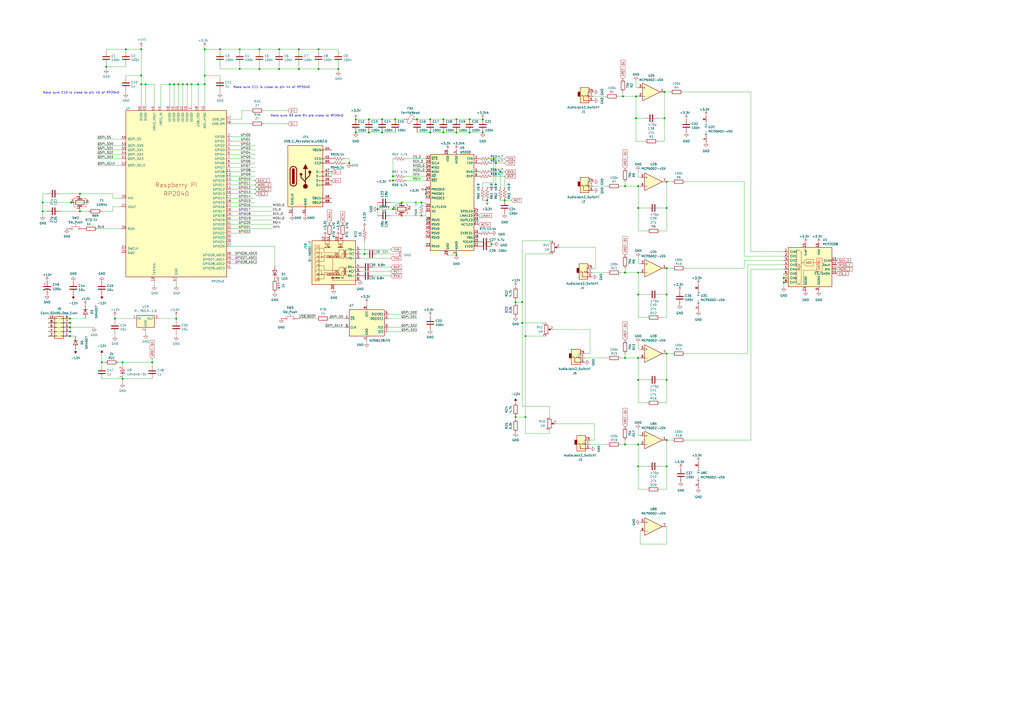
<source format=kicad_sch>
(kicad_sch (version 20230121) (generator eeschema)
  (paper "A2")
  (junction (at 41.275 117.475))
  (junction (at 272.415 76.835))
  (junction (at 233.045 117.475))
  (junction (at 368.935 68.58))
  (junction (at 227.965 102.235))
  (junction (at 386.715 170.815))
  (junction (at 100.965 48.895))
  (junction (at 161.925 40.005))
  (junction (at 227.965 104.775))
  (junction (at 84.455 48.895))
  (junction (at 81.915 48.895))
  (junction (at 454.66 163.83))
  (junction (at 98.425 48.895))
  (junction (at 247.015 109.855))
  (junction (at 386.715 205.105))
  (junction (at 40.64 192.405))
  (junction (at 386.715 220.345))
  (junction (at 150.495 40.005))
  (junction (at 249.555 76.835))
  (junction (at 173.355 28.575))
  (junction (at 257.175 76.835))
  (junction (at 454.66 161.29))
  (junction (at 370.205 120.65))
  (junction (at 264.795 69.215))
  (junction (at 59.055 210.185))
  (junction (at 368.935 55.88))
  (junction (at 111.125 48.895))
  (junction (at 282.575 116.205))
  (junction (at 211.455 147.32))
  (junction (at 24.765 122.555))
  (junction (at 71.12 219.71))
  (junction (at 264.795 76.835))
  (junction (at 108.585 48.895))
  (junction (at 219.075 121.285))
  (junction (at 370.205 207.645))
  (junction (at 264.795 147.955))
  (junction (at 40.64 189.865))
  (junction (at 196.215 40.005))
  (junction (at 206.375 76.835))
  (junction (at 106.045 48.895))
  (junction (at 386.715 120.65))
  (junction (at 40.64 187.325))
  (junction (at 257.175 69.215))
  (junction (at 184.785 40.005))
  (junction (at 386.715 270.51))
  (junction (at 244.475 125.095))
  (junction (at 221.615 76.835))
  (junction (at 118.745 48.895))
  (junction (at 118.745 43.815))
  (junction (at 272.415 69.215))
  (junction (at 287.655 94.615))
  (junction (at 386.715 155.575))
  (junction (at 213.995 69.215))
  (junction (at 127.635 28.575))
  (junction (at 24.765 117.475))
  (junction (at 103.505 48.895))
  (junction (at 102.235 184.785))
  (junction (at 244.475 117.475))
  (junction (at 385.445 68.58))
  (junction (at 81.915 28.575))
  (junction (at 81.915 43.815))
  (junction (at 370.205 170.815))
  (junction (at 304.8 241.935))
  (junction (at 139.065 28.575))
  (junction (at 150.495 28.575))
  (junction (at 40.64 194.945))
  (junction (at 206.375 69.215))
  (junction (at 302.895 175.26))
  (junction (at 280.035 76.835))
  (junction (at 221.615 69.215))
  (junction (at 173.355 40.005))
  (junction (at 290.195 99.695))
  (junction (at 46.355 122.555))
  (junction (at 247.015 112.395))
  (junction (at 66.675 184.785))
  (junction (at 370.205 107.95))
  (junction (at 386.715 105.41))
  (junction (at 361.315 55.88))
  (junction (at 386.715 255.27))
  (junction (at 385.445 53.34))
  (junction (at 71.12 210.185))
  (junction (at 40.64 184.785))
  (junction (at 362.585 107.95))
  (junction (at 114.935 48.895))
  (junction (at 227.965 121.285))
  (junction (at 370.205 257.81))
  (junction (at 370.205 220.345))
  (junction (at 118.745 28.575))
  (junction (at 370.205 270.51))
  (junction (at 73.025 28.575))
  (junction (at 362.585 257.81))
  (junction (at 362.585 158.115))
  (junction (at 304.8 194.945))
  (junction (at 202.565 94.615))
  (junction (at 184.785 28.575))
  (junction (at 139.065 40.005))
  (junction (at 88.265 210.185))
  (junction (at 161.925 28.575))
  (junction (at 302.895 187.325))
  (junction (at 249.555 69.215))
  (junction (at 46.355 112.395))
  (junction (at 233.045 125.095))
  (junction (at 370.205 158.115))
  (junction (at 229.235 69.215))
  (junction (at 292.735 116.205))
  (junction (at 285.115 141.605))
  (junction (at 213.995 76.835))
  (junction (at 280.035 69.215))
  (junction (at 299.085 241.935))
  (junction (at 362.585 207.645))
  (junction (at 286.385 92.075))
  (junction (at 61.595 38.735))
  (junction (at 299.085 175.26))
  (junction (at 241.935 69.215))
  (wire (pts (xy 133.985 102.235) (xy 147.955 102.235)))
  (wire (pts (xy 386.715 184.15) (xy 386.715 170.815)))
  (wire (pts (xy 371.475 315.595) (xy 386.715 315.595)))
  (wire (pts (xy 385.445 68.58) (xy 381.635 68.58)))
  (wire (pts (xy 81.915 48.895) (xy 81.915 61.595)))
  (wire (pts (xy 249.555 76.835) (xy 257.175 76.835)))
  (wire (pts (xy 370.205 149.225) (xy 370.205 153.035)))
  (wire (pts (xy 139.065 28.575) (xy 150.495 28.575)))
  (wire (pts (xy 431.8 148.59) (xy 454.66 148.59)))
  (wire (pts (xy 70.485 132.715) (xy 56.515 132.715)))
  (wire (pts (xy 375.285 170.815) (xy 370.205 170.815)))
  (wire (pts (xy 61.595 28.575) (xy 73.025 28.575)))
  (wire (pts (xy 375.285 270.51) (xy 370.205 270.51)))
  (wire (pts (xy 287.655 94.615) (xy 285.115 94.615)))
  (wire (pts (xy 386.715 155.575) (xy 389.89 155.575)))
  (wire (pts (xy 127.635 52.705) (xy 127.635 53.975)))
  (wire (pts (xy 102.235 193.675) (xy 102.235 194.945)))
  (wire (pts (xy 73.025 29.845) (xy 73.025 28.575)))
  (wire (pts (xy 213.995 69.215) (xy 221.615 69.215)))
  (wire (pts (xy 213.995 76.835) (xy 221.615 76.835)))
  (wire (pts (xy 184.785 40.005) (xy 196.215 40.005)))
  (wire (pts (xy 386.715 255.27) (xy 389.89 255.27)))
  (wire (pts (xy 127.635 28.575) (xy 139.065 28.575)))
  (wire (pts (xy 370.205 133.985) (xy 370.205 120.65)))
  (wire (pts (xy 140.335 64.135) (xy 140.335 69.215)))
  (wire (pts (xy 192.405 104.775) (xy 192.405 107.315)))
  (wire (pts (xy 433.705 205.105) (xy 433.705 153.67)))
  (wire (pts (xy 368.935 55.88) (xy 370.205 55.88)))
  (wire (pts (xy 196.215 40.005) (xy 196.215 41.275)))
  (wire (pts (xy 286.385 92.075) (xy 285.115 92.075)))
  (wire (pts (xy 362.585 205.105) (xy 362.585 207.645)))
  (wire (pts (xy 133.985 114.935) (xy 147.955 114.935)))
  (wire (pts (xy 304.8 147.32) (xy 320.675 147.32)))
  (wire (pts (xy 71.12 219.71) (xy 71.12 222.25)))
  (wire (pts (xy 362.585 257.81) (xy 370.205 257.81)))
  (wire (pts (xy 280.035 106.045) (xy 286.385 106.045)))
  (wire (pts (xy 370.205 99.06) (xy 370.205 102.87)))
  (wire (pts (xy 385.445 53.34) (xy 388.62 53.34)))
  (wire (pts (xy 322.58 245.745) (xy 344.805 245.745)))
  (wire (pts (xy 239.395 99.695) (xy 247.015 99.695)))
  (wire (pts (xy 227.965 92.075) (xy 227.965 102.235)))
  (wire (pts (xy 200.025 94.615) (xy 202.565 94.615)))
  (wire (pts (xy 244.475 125.095) (xy 247.015 125.095)))
  (wire (pts (xy 302.895 175.26) (xy 302.895 139.7)))
  (wire (pts (xy 370.205 198.755) (xy 370.205 202.565)))
  (wire (pts (xy 100.965 61.595) (xy 100.965 48.895)))
  (wire (pts (xy 150.495 28.575) (xy 161.925 28.575)))
  (wire (pts (xy 153.035 71.755) (xy 167.005 71.755)))
  (wire (pts (xy 286.385 106.045) (xy 286.385 92.075)))
  (wire (pts (xy 98.425 61.595) (xy 98.425 48.895)))
  (wire (pts (xy 71.12 210.185) (xy 88.265 210.185)))
  (wire (pts (xy 370.205 207.645) (xy 371.475 207.645)))
  (wire (pts (xy 212.725 175.895) (xy 212.725 177.165)))
  (wire (pts (xy 133.985 132.715) (xy 158.115 132.715)))
  (wire (pts (xy 98.425 48.895) (xy 100.965 48.895)))
  (wire (pts (xy 173.355 28.575) (xy 184.785 28.575)))
  (wire (pts (xy 454.66 161.29) (xy 454.66 163.83)))
  (wire (pts (xy 397.51 155.575) (xy 431.8 155.575)))
  (wire (pts (xy 59.055 219.71) (xy 71.12 219.71)))
  (wire (pts (xy 133.985 107.315) (xy 147.955 107.315)))
  (wire (pts (xy 397.51 255.27) (xy 435.61 255.27)))
  (wire (pts (xy 133.985 150.495) (xy 149.225 150.495)))
  (wire (pts (xy 43.815 194.945) (xy 40.64 194.945)))
  (wire (pts (xy 81.915 43.815) (xy 81.915 48.895)))
  (wire (pts (xy 133.985 86.995) (xy 147.955 86.995)))
  (wire (pts (xy 225.425 192.405) (xy 241.935 192.405)))
  (wire (pts (xy 285.115 140.335) (xy 285.115 141.605)))
  (wire (pts (xy 34.925 122.555) (xy 46.355 122.555)))
  (wire (pts (xy 71.12 219.71) (xy 88.265 219.71)))
  (wire (pts (xy 184.785 29.845) (xy 184.785 28.575)))
  (wire (pts (xy 360.045 257.81) (xy 362.585 257.81)))
  (wire (pts (xy 161.925 28.575) (xy 173.355 28.575)))
  (wire (pts (xy 370.205 158.115) (xy 371.475 158.115)))
  (wire (pts (xy 292.735 99.695) (xy 290.195 99.695)))
  (wire (pts (xy 433.705 153.67) (xy 454.66 153.67)))
  (wire (pts (xy 304.8 251.46) (xy 304.8 241.935)))
  (wire (pts (xy 386.715 170.815) (xy 382.905 170.815)))
  (wire (pts (xy 370.205 107.95) (xy 371.475 107.95)))
  (wire (pts (xy 133.985 122.555) (xy 158.115 122.555)))
  (wire (pts (xy 106.045 61.595) (xy 106.045 48.895)))
  (wire (pts (xy 304.8 241.935) (xy 304.8 194.945)))
  (wire (pts (xy 375.285 283.845) (xy 370.205 283.845)))
  (wire (pts (xy 344.17 55.88) (xy 351.155 55.88)))
  (wire (pts (xy 81.915 28.575) (xy 81.915 43.815)))
  (wire (pts (xy 103.505 48.895) (xy 106.045 48.895)))
  (wire (pts (xy 102.235 163.195) (xy 102.235 165.735)))
  (wire (pts (xy 73.025 28.575) (xy 81.915 28.575)))
  (wire (pts (xy 40.64 184.785) (xy 49.53 184.785)))
  (wire (pts (xy 184.785 40.005) (xy 173.355 40.005)))
  (wire (pts (xy 66.675 186.055) (xy 66.675 184.785)))
  (wire (pts (xy 299.085 175.26) (xy 299.085 173.99)))
  (wire (pts (xy 386.715 283.845) (xy 386.715 270.51)))
  (wire (pts (xy 397.51 105.41) (xy 431.8 105.41)))
  (wire (pts (xy 219.075 121.285) (xy 219.075 117.475)))
  (wire (pts (xy 375.285 120.65) (xy 370.205 120.65)))
  (wire (pts (xy 24.765 112.395) (xy 24.765 117.475)))
  (wire (pts (xy 184.785 28.575) (xy 196.215 28.575)))
  (wire (pts (xy 211.455 147.32) (xy 208.915 147.32)))
  (wire (pts (xy 93.345 61.595) (xy 93.345 48.895)))
  (wire (pts (xy 133.985 109.855) (xy 147.955 109.855)))
  (wire (pts (xy 280.035 116.205) (xy 282.575 116.205)))
  (wire (pts (xy 362.585 105.41) (xy 362.585 107.95)))
  (wire (pts (xy 118.745 28.575) (xy 118.745 43.815)))
  (wire (pts (xy 370.205 220.345) (xy 370.205 207.645)))
  (wire (pts (xy 370.205 184.15) (xy 370.205 170.815)))
  (wire (pts (xy 133.985 142.875) (xy 159.385 142.875)))
  (wire (pts (xy 302.895 187.325) (xy 302.895 235.585)))
  (wire (pts (xy 368.935 68.58) (xy 368.935 55.88)))
  (wire (pts (xy 290.195 116.205) (xy 292.735 116.205)))
  (wire (pts (xy 150.495 37.465) (xy 150.495 40.005)))
  (wire (pts (xy 386.715 205.105) (xy 389.89 205.105)))
  (wire (pts (xy 27.305 122.555) (xy 24.765 122.555)))
  (wire (pts (xy 280.035 108.585) (xy 280.035 106.045)))
  (wire (pts (xy 382.905 133.985) (xy 386.715 133.985)))
  (wire (pts (xy 225.425 184.785) (xy 241.935 184.785)))
  (wire (pts (xy 247.015 122.555) (xy 247.015 125.095)))
  (wire (pts (xy 344.17 107.95) (xy 352.425 107.95)))
  (wire (pts (xy 386.715 105.41) (xy 386.715 120.65)))
  (wire (pts (xy 153.035 64.135) (xy 167.005 64.135)))
  (wire (pts (xy 118.745 43.815) (xy 127.635 43.815)))
  (wire (pts (xy 133.985 130.175) (xy 158.115 130.175)))
  (wire (pts (xy 66.675 183.515) (xy 66.675 184.785)))
  (wire (pts (xy 374.015 68.58) (xy 368.935 68.58)))
  (wire (pts (xy 344.805 255.27) (xy 342.265 255.27)))
  (wire (pts (xy 127.635 37.465) (xy 127.635 40.005)))
  (wire (pts (xy 102.235 186.055) (xy 102.235 184.785)))
  (wire (pts (xy 65.405 114.935) (xy 70.485 114.935)))
  (wire (pts (xy 27.94 187.325) (xy 40.64 187.325)))
  (wire (pts (xy 81.915 27.305) (xy 81.915 28.575)))
  (wire (pts (xy 73.025 45.085) (xy 73.025 43.815)))
  (wire (pts (xy 233.045 125.095) (xy 226.695 125.095)))
  (wire (pts (xy 66.675 193.675) (xy 66.675 194.945)))
  (wire (pts (xy 345.44 155.575) (xy 343.535 155.575)))
  (wire (pts (xy 264.795 76.835) (xy 272.415 76.835)))
  (wire (pts (xy 24.765 122.555) (xy 24.765 125.095)))
  (wire (pts (xy 118.745 27.305) (xy 118.745 28.575)))
  (wire (pts (xy 292.735 94.615) (xy 287.655 94.615)))
  (wire (pts (xy 84.455 48.895) (xy 81.915 48.895)))
  (wire (pts (xy 386.715 220.345) (xy 382.905 220.345)))
  (wire (pts (xy 285.115 99.695) (xy 290.195 99.695)))
  (wire (pts (xy 219.075 125.095) (xy 219.075 121.285)))
  (wire (pts (xy 159.385 142.875) (xy 159.385 154.305)))
  (wire (pts (xy 431.8 105.41) (xy 431.8 148.59)))
  (wire (pts (xy 133.985 147.955) (xy 149.225 147.955)))
  (wire (pts (xy 292.735 116.205) (xy 296.545 116.205)))
  (wire (pts (xy 173.355 37.465) (xy 173.355 40.005)))
  (wire (pts (xy 320.675 191.135) (xy 342.265 191.135)))
  (wire (pts (xy 370.205 248.92) (xy 370.205 252.73)))
  (wire (pts (xy 344.805 245.745) (xy 344.805 255.27)))
  (wire (pts (xy 370.205 170.815) (xy 370.205 158.115)))
  (wire (pts (xy 226.695 157.48) (xy 208.915 157.48)))
  (wire (pts (xy 343.535 158.115) (xy 352.425 158.115)))
  (wire (pts (xy 68.58 210.185) (xy 71.12 210.185)))
  (wire (pts (xy 342.265 205.105) (xy 339.09 205.105)))
  (wire (pts (xy 360.045 207.645) (xy 362.585 207.645)))
  (wire (pts (xy 230.505 147.32) (xy 219.075 147.32)))
  (wire (pts (xy 272.415 69.215) (xy 264.795 69.215)))
  (wire (pts (xy 24.765 117.475) (xy 24.765 122.555)))
  (wire (pts (xy 386.715 315.595) (xy 386.715 305.435)))
  (wire (pts (xy 435.61 156.21) (xy 454.66 156.21)))
  (wire (pts (xy 235.585 102.235) (xy 247.015 102.235)))
  (wire (pts (xy 382.905 283.845) (xy 386.715 283.845)))
  (wire (pts (xy 196.215 29.845) (xy 196.215 28.575)))
  (wire (pts (xy 139.065 40.005) (xy 127.635 40.005)))
  (wire (pts (xy 221.615 69.215) (xy 229.235 69.215)))
  (wire (pts (xy 133.985 120.015) (xy 158.115 120.015)))
  (wire (pts (xy 454.66 163.83) (xy 454.66 166.37)))
  (wire (pts (xy 386.715 155.575) (xy 386.715 170.815)))
  (wire (pts (xy 247.015 109.855) (xy 247.015 112.395)))
  (wire (pts (xy 381.635 81.915) (xy 385.445 81.915)))
  (wire (pts (xy 133.985 81.915) (xy 145.415 81.915)))
  (wire (pts (xy 127.635 45.085) (xy 127.635 43.815)))
  (wire (pts (xy 342.265 191.135) (xy 342.265 205.105)))
  (wire (pts (xy 386.715 133.985) (xy 386.715 120.65)))
  (wire (pts (xy 188.595 189.865) (xy 200.025 189.865)))
  (wire (pts (xy 133.985 71.755) (xy 145.415 71.755)))
  (wire (pts (xy 431.8 155.575) (xy 431.8 151.13)))
  (wire (pts (xy 371.475 307.975) (xy 371.475 315.595)))
  (wire (pts (xy 27.94 189.865) (xy 40.64 189.865)))
  (wire (pts (xy 238.125 121.285) (xy 227.965 121.285)))
  (wire (pts (xy 114.935 61.595) (xy 114.935 48.895)))
  (wire (pts (xy 100.965 48.895) (xy 103.505 48.895)))
  (wire (pts (xy 133.985 92.075) (xy 147.955 92.075)))
  (wire (pts (xy 76.835 184.785) (xy 66.675 184.785)))
  (wire (pts (xy 299.085 243.205) (xy 299.085 241.935)))
  (wire (pts (xy 127.635 29.845) (xy 127.635 28.575)))
  (wire (pts (xy 59.055 210.185) (xy 60.96 210.185)))
  (wire (pts (xy 361.315 55.88) (xy 368.935 55.88)))
  (wire (pts (xy 382.905 233.68) (xy 386.715 233.68)))
  (wire (pts (xy 46.355 112.395) (xy 65.405 112.395)))
  (wire (pts (xy 65.405 114.935) (xy 65.405 112.395)))
  (wire (pts (xy 111.125 48.895) (xy 111.125 61.595)))
  (wire (pts (xy 360.045 107.95) (xy 362.585 107.95)))
  (wire (pts (xy 70.485 120.015) (xy 65.405 120.015)))
  (wire (pts (xy 150.495 40.005) (xy 139.065 40.005)))
  (wire (pts (xy 173.355 40.005) (xy 161.925 40.005)))
  (wire (pts (xy 386.715 255.27) (xy 386.715 270.51)))
  (wire (pts (xy 133.985 135.255) (xy 145.415 135.255)))
  (wire (pts (xy 345.44 143.51) (xy 345.44 155.575)))
  (wire (pts (xy 374.015 81.915) (xy 368.935 81.915)))
  (wire (pts (xy 386.715 270.51) (xy 382.905 270.51)))
  (wire (pts (xy 46.355 121.285) (xy 46.355 122.555)))
  (wire (pts (xy 84.455 192.405) (xy 84.455 193.675)))
  (wire (pts (xy 233.045 117.475) (xy 226.695 117.475)))
  (wire (pts (xy 257.175 69.215) (xy 249.555 69.215)))
  (wire (pts (xy 302.895 175.26) (xy 302.895 187.325)))
  (wire (pts (xy 386.715 233.68) (xy 386.715 220.345)))
  (wire (pts (xy 368.935 81.915) (xy 368.935 68.58)))
  (wire (pts (xy 375.285 133.985) (xy 370.205 133.985)))
  (wire (pts (xy 290.195 99.695) (xy 290.195 108.585)))
  (wire (pts (xy 56.515 84.455) (xy 70.485 84.455)))
  (wire (pts (xy 227.965 102.235) (xy 227.965 104.775)))
  (wire (pts (xy 202.565 92.075) (xy 200.025 92.075)))
  (wire (pts (xy 59.055 122.555) (xy 65.405 122.555)))
  (wire (pts (xy 235.585 92.075) (xy 247.015 92.075)))
  (wire (pts (xy 61.595 29.845) (xy 61.595 28.575)))
  (wire (pts (xy 61.595 37.465) (xy 61.595 38.735)))
  (wire (pts (xy 133.985 99.695) (xy 147.955 99.695)))
  (wire (pts (xy 287.655 108.585) (xy 287.655 94.615)))
  (wire (pts (xy 184.785 37.465) (xy 184.785 40.005)))
  (wire (pts (xy 212.725 197.485) (xy 212.725 198.755)))
  (wire (pts (xy 70.485 80.645) (xy 56.515 80.645)))
  (wire (pts (xy 304.8 241.935) (xy 299.085 241.935)))
  (wire (pts (xy 84.455 61.595) (xy 84.455 48.895)))
  (wire (pts (xy 103.505 61.595) (xy 103.505 48.895)))
  (wire (pts (xy 139.065 29.845) (xy 139.065 28.575)))
  (wire (pts (xy 247.015 120.015) (xy 247.015 117.475)))
  (wire (pts (xy 299.085 175.26) (xy 302.895 175.26)))
  (wire (pts (xy 102.235 184.785) (xy 102.235 183.515)))
  (wire (pts (xy 59.055 205.74) (xy 59.055 210.185)))
  (wire (pts (xy 257.175 76.835) (xy 264.795 76.835)))
  (wire (pts (xy 370.205 283.845) (xy 370.205 270.51)))
  (wire (pts (xy 108.585 61.595) (xy 108.585 48.895)))
  (wire (pts (xy 385.445 53.34) (xy 385.445 68.58)))
  (wire (pts (xy 272.415 76.835) (xy 280.035 76.835)))
  (wire (pts (xy 118.745 43.815) (xy 118.745 48.895)))
  (wire (pts (xy 285.115 141.605) (xy 286.385 141.605)))
  (wire (pts (xy 370.205 202.565) (xy 371.475 202.565)))
  (wire (pts (xy 93.345 48.895) (xy 98.425 48.895)))
  (wire (pts (xy 133.985 69.215) (xy 140.335 69.215)))
  (wire (pts (xy 161.925 40.005) (xy 150.495 40.005)))
  (wire (pts (xy 56.515 92.075) (xy 70.485 92.075)))
  (wire (pts (xy 88.265 208.28) (xy 88.265 210.185)))
  (wire (pts (xy 318.77 235.585) (xy 318.77 241.935)))
  (wire (pts (xy 70.485 95.885) (xy 56.515 95.885)))
  (wire (pts (xy 65.405 120.015) (xy 65.405 122.555)))
  (wire (pts (xy 173.355 184.785) (xy 183.515 184.785)))
  (wire (pts (xy 235.585 104.775) (xy 247.015 104.775)))
  (wire (pts (xy 370.205 120.65) (xy 370.205 107.95)))
  (wire (pts (xy 46.355 113.665) (xy 46.355 112.395)))
  (wire (pts (xy 73.025 38.735) (xy 73.025 37.465)))
  (wire (pts (xy 280.035 69.215) (xy 272.415 69.215)))
  (wire (pts (xy 196.215 37.465) (xy 196.215 40.005)))
  (wire (pts (xy 133.985 127.635) (xy 158.115 127.635)))
  (wire (pts (xy 360.045 158.115) (xy 362.585 158.115)))
  (wire (pts (xy 324.485 143.51) (xy 345.44 143.51)))
  (wire (pts (xy 375.285 220.345) (xy 370.205 220.345)))
  (wire (pts (xy 396.24 53.34) (xy 435.61 53.34)))
  (wire (pts (xy 285.115 102.235) (xy 292.735 102.235)))
  (wire (pts (xy 89.535 61.595) (xy 89.535 48.895)))
  (wire (pts (xy 61.595 38.735) (xy 61.595 40.005)))
  (wire (pts (xy 227.965 121.285) (xy 219.075 121.285)))
  (wire (pts (xy 259.715 147.955) (xy 264.795 147.955)))
  (wire (pts (xy 89.535 163.195) (xy 89.535 165.735)))
  (wire (pts (xy 27.94 184.785) (xy 40.64 184.785)))
  (wire (pts (xy 27.94 194.945) (xy 40.64 194.945)))
  (wire (pts (xy 27.94 192.405) (xy 40.64 192.405)))
  (wire (pts (xy 211.455 139.7) (xy 211.455 147.32)))
  (wire (pts (xy 56.515 86.995) (xy 70.485 86.995)))
  (wire (pts (xy 302.895 187.325) (xy 316.865 187.325)))
  (wire (pts (xy 362.585 155.575) (xy 362.585 158.115)))
  (wire (pts (xy 191.135 184.785) (xy 200.025 184.785)))
  (wire (pts (xy 375.285 233.68) (xy 370.205 233.68)))
  (wire (pts (xy 435.61 146.05) (xy 454.66 146.05)))
  (wire (pts (xy 133.985 84.455) (xy 147.955 84.455)))
  (wire (pts (xy 192.405 99.695) (xy 192.405 102.235)))
  (wire (pts (xy 362.585 255.27) (xy 362.585 257.81)))
  (wire (pts (xy 385.445 81.915) (xy 385.445 68.58)))
  (wire (pts (xy 241.935 76.835) (xy 249.555 76.835)))
  (wire (pts (xy 370.205 102.87) (xy 371.475 102.87)))
  (wire (pts (xy 239.395 94.615) (xy 247.015 94.615)))
  (wire (pts (xy 233.045 117.475) (xy 244.475 117.475)))
  (wire (pts (xy 27.305 112.395) (xy 24.765 112.395)))
  (wire (pts (xy 226.695 144.78) (xy 208.915 144.78)))
  (wire (pts (xy 302.895 235.585) (xy 318.77 235.585)))
  (wire (pts (xy 370.205 257.81) (xy 371.475 257.81)))
  (wire (pts (xy 206.375 76.835) (xy 213.995 76.835)))
  (wire (pts (xy 161.925 37.465) (xy 161.925 40.005)))
  (wire (pts (xy 368.935 50.8) (xy 370.205 50.8)))
  (wire (pts (xy 226.695 154.94) (xy 216.535 154.94)))
  (wire (pts (xy 24.765 117.475) (xy 41.275 117.475)))
  (wire (pts (xy 339.09 207.645) (xy 352.425 207.645)))
  (wire (pts (xy 221.615 76.835) (xy 229.235 76.835)))
  (wire (pts (xy 133.985 112.395) (xy 147.955 112.395)))
  (wire (pts (xy 206.375 69.215) (xy 213.995 69.215)))
  (wire (pts (xy 61.595 38.735) (xy 73.025 38.735)))
  (wire (pts (xy 435.61 255.27) (xy 435.61 156.21)))
  (wire (pts (xy 92.075 184.785) (xy 102.235 184.785)))
  (wire (pts (xy 304.8 194.945) (xy 304.8 147.32)))
  (wire (pts (xy 133.985 104.775) (xy 147.955 104.775)))
  (wire (pts (xy 56.515 89.535) (xy 70.485 89.535)))
  (wire (pts (xy 233.045 125.095) (xy 244.475 125.095)))
  (wire (pts (xy 318.77 249.555) (xy 318.77 251.46)))
  (wire (pts (xy 34.925 112.395) (xy 46.355 112.395)))
  (wire (pts (xy 342.265 257.81) (xy 352.425 257.81)))
  (wire (pts (xy 370.205 153.035) (xy 371.475 153.035)))
  (wire (pts (xy 111.125 48.895) (xy 114.935 48.895)))
  (wire (pts (xy 386.715 205.105) (xy 386.715 220.345)))
  (wire (pts (xy 304.8 194.945) (xy 316.865 194.945)))
  (wire (pts (xy 299.085 175.895) (xy 299.085 175.26)))
  (wire (pts (xy 226.695 149.86) (xy 208.915 149.86)))
  (wire (pts (xy 358.775 55.88) (xy 361.315 55.88)))
  (wire (pts (xy 202.565 92.075) (xy 202.565 94.615)))
  (wire (pts (xy 88.265 212.09) (xy 88.265 210.185)))
  (wire (pts (xy 368.935 46.99) (xy 368.935 50.8)))
  (wire (pts (xy 114.935 48.895) (xy 118.745 48.895)))
  (wire (pts (xy 133.985 79.375) (xy 145.415 79.375)))
  (wire (pts (xy 435.61 53.34) (xy 435.61 146.05)))
  (wire (pts (xy 41.275 117.475) (xy 51.435 117.475)))
  (wire (pts (xy 133.985 94.615) (xy 147.955 94.615)))
  (wire (pts (xy 133.985 89.535) (xy 147.955 89.535)))
  (wire (pts (xy 264.795 69.215) (xy 257.175 69.215)))
  (wire (pts (xy 318.77 251.46) (xy 304.8 251.46)))
  (wire (pts (xy 118.745 48.895) (xy 118.745 61.595)))
  (wire (pts (xy 397.51 205.105) (xy 433.705 205.105)))
  (wire (pts (xy 386.715 105.41) (xy 389.89 105.41)))
  (wire (pts (xy 375.285 184.15) (xy 370.205 184.15)))
  (wire (pts (xy 386.715 120.65) (xy 382.905 120.65)))
  (wire (pts (xy 249.555 69.215) (xy 241.935 69.215)))
  (wire (pts (xy 139.065 37.465) (xy 139.065 40.005)))
  (wire (pts (xy 370.205 270.51) (xy 370.205 257.81)))
  (wire (pts (xy 292.735 92.075) (xy 286.385 92.075)))
  (wire (pts (xy 140.335 64.135) (xy 145.415 64.135)))
  (wire (pts (xy 225.425 189.865) (xy 241.935 189.865)))
  (wire (pts (xy 73.025 52.705) (xy 73.025 53.975)))
  (wire (pts (xy 362.585 107.95) (xy 370.205 107.95)))
  (wire (pts (xy 361.315 53.34) (xy 361.315 55.88)))
  (wire (pts (xy 302.895 139.7) (xy 320.675 139.7)))
  (wire (pts (xy 382.905 184.15) (xy 386.715 184.15)))
  (wire (pts (xy 106.045 48.895) (xy 108.585 48.895)))
  (wire (pts (xy 133.985 117.475) (xy 147.955 117.475)))
  (wire (pts (xy 292.735 102.235) (xy 292.735 108.585)))
  (wire (pts (xy 133.985 153.035) (xy 149.225 153.035)))
  (wire (pts (xy 40.64 189.865) (xy 54.61 189.865)))
  (wire (pts (xy 239.395 97.155) (xy 247.015 97.155)))
  (wire (pts (xy 370.205 233.68) (xy 370.205 220.345)))
  (wire (pts (xy 370.205 252.73) (xy 371.475 252.73)))
  (wire (pts (xy 73.025 43.815) (xy 81.915 43.815)))
  (wire (pts (xy 247.015 112.395) (xy 247.015 114.935)))
  (wire (pts (xy 226.695 160.02) (xy 216.535 160.02)))
  (wire (pts (xy 285.115 141.605) (xy 285.115 142.875)))
  (wire (pts (xy 150.495 29.845) (xy 150.495 28.575)))
  (wire (pts (xy 133.985 97.155) (xy 147.955 97.155)))
  (wire (pts (xy 454.66 158.75) (xy 454.66 161.29)))
  (wire (pts (xy 46.355 122.555) (xy 51.435 122.555)))
  (wire (pts (xy 282.575 108.585) (xy 287.655 108.585)))
  (wire (pts (xy 108.585 48.895) (xy 111.125 48.895)))
  (wire (pts (xy 173.355 29.845) (xy 173.355 28.575)))
  (wire (pts (xy 244.475 117.475) (xy 247.015 117.475)))
  (wire (pts (xy 71.12 210.185) (xy 71.12 212.09)))
  (wire (pts (xy 431.8 151.13) (xy 454.66 151.13)))
  (wire (pts (xy 362.585 158.115) (xy 370.205 158.115)))
  (wire (pts (xy 40.64 189.865) (xy 40.64 192.405)))
  (wire (pts (xy 299.085 241.935) (xy 299.085 241.3)))
  (wire (pts (xy 89.535 48.895) (xy 84.455 48.895)))
  (wire (pts (xy 40.64 187.325) (xy 40.64 189.865)))
  (wire (pts (xy 161.925 29.845) (xy 161.925 28.575)))
  (wire (pts (xy 133.985 125.095) (xy 158.115 125.095)))
  (wire (pts (xy 118.745 28.575) (xy 127.635 28.575)))
  (wire (pts (xy 225.425 182.245) (xy 241.935 182.245)))
  (wire (pts (xy 234.315 69.215) (xy 229.235 69.215)))
  (wire (pts (xy 362.585 207.645) (xy 370.205 207.645)))
  (wire (pts (xy 59.055 210.185) (xy 59.055 212.09)))
  (text "Make sure C10 is close to pin 45 of RP2040" (at 24.765 54.61 0) (effects (font (size 1.27 1.27)) (justify left bottom)))
  (text "Make sure C11 is close to pin 44 of RP2040" (at 135.255 51.435 0) (effects (font (size 1.27 1.27)) (justify left bottom)))
  (text "Make sure R3 and R4 are close to RP2040" (at 156.845 67.945 0) (effects (font (size 1.27 1.27)) (justify left bottom)))
  (label "GPIO10" (at 145.415 104.775 180))
  (label "GPIO21" (at 145.415 132.715 180))
  (label "RSTn" (at 158.115 130.175 0))
  (label "QSPI_SD1" (at 241.935 184.785 180))
  (label "QSPI_SD3" (at 56.515 92.075 0))
  (label "GPIO28_ADC2" (at 149.225 153.035 180))
  (label "QSPI_SD3" (at 241.935 192.405 180))
  (label "QSPI_SD2" (at 241.935 189.865 180))
  (label "QSPI_SS" (at 191.135 184.785 0))
  (label "GPIO8" (at 145.415 99.695 180))
  (label "GPIO22" (at 145.415 135.255 180))
  (label "GPIO18" (at 145.415 125.095 180))
  (label "GPIO2" (at 145.415 84.455 180))
  (label "CS_0" (at 158.115 122.555 0))
  (label "CS_0" (at 239.395 92.075 0))
  (label "GPIO6" (at 145.415 94.615 180))
  (label "INTn" (at 239.395 102.235 0))
  (label "GPIO20" (at 145.415 130.175 180))
  (label "GPIO27_ADC1" (at 149.225 150.495 180))
  (label "SCK_0" (at 158.115 125.095 0))
  (label "QSPI_SCLK" (at 56.515 95.885 0))
  (label "QSPI_SS" (at 56.515 80.645 0))
  (label "GPIO15" (at 145.415 117.475 180))
  (label "GPIO12" (at 145.415 109.855 180))
  (label "GPIO0" (at 145.415 79.375 180))
  (label "MISO_0" (at 158.115 120.015 0))
  (label "QSPI_SD0" (at 241.935 182.245 180))
  (label "QSPI_SD2" (at 56.515 89.535 0))
  (label "GPIO13" (at 145.415 112.395 180))
  (label "RSTn" (at 239.395 104.775 0))
  (label "MISO_0" (at 239.395 97.155 0))
  (label "GPIO4" (at 145.415 89.535 180))
  (label "INTn" (at 158.115 132.715 0))
  (label "GPIO16" (at 145.415 120.015 180))
  (label "GPIO11" (at 145.415 107.315 180))
  (label "MOSI_0" (at 239.395 99.695 0))
  (label "GPIO7" (at 145.415 97.155 180))
  (label "~{USB_BOOT}" (at 173.355 184.785 0))
  (label "QSPI_SD0" (at 56.515 84.455 0))
  (label "GPIO19" (at 145.415 127.635 180))
  (label "GPIO9" (at 145.415 102.235 180))
  (label "GPIO1" (at 145.415 81.915 180))
  (label "GPIO14" (at 145.415 114.935 180))
  (label "QSPI_SD1" (at 56.515 86.995 0))
  (label "GPIO26_ADC0" (at 149.225 147.955 180))
  (label "GPIO17" (at 145.415 122.555 180))
  (label "RUN" (at 56.515 132.715 0))
  (label "SCK_0" (at 239.395 94.615 0))
  (label "MOSI_0" (at 158.115 127.635 0))
  (label "QSPI_SCLK" (at 188.595 189.865 0))
  (label "GPIO3" (at 145.415 86.995 180))
  (label "GPIO5" (at 145.415 92.075 180))
  (global_label "MISO_1" (shape input) (at 485.14 153.67 0) (property "Intersheetrefs" "${INTERSHEET_REFS}" (effects hide)))
  (global_label "RXN" (shape input) (at 292.735 99.695 0) (property "Intersheetrefs" "${INTERSHEET_REFS}" (effects hide)))
  (global_label "TXP" (shape input) (at 226.695 144.78 0) (property "Intersheetrefs" "${INTERSHEET_REFS}" (effects hide)))
  (global_label "SCK_1" (shape input) (at 147.955 104.775 0) (property "Intersheetrefs" "${INTERSHEET_REFS}" (effects hide)))
  (global_label "MISO_1" (shape input) (at 147.955 109.855 0) (property "Intersheetrefs" "${INTERSHEET_REFS}" (effects hide)))
  (global_label "VREF-5V" (shape input) (at 88.265 208.28 90) (property "Intersheetrefs" "${INTERSHEET_REFS}" (effects hide)))
  (global_label "TXN" (shape input) (at 226.695 149.86 0) (property "Intersheetrefs" "${INTERSHEET_REFS}" (effects hide)))
  (global_label "RCT" (shape input) (at 226.695 157.48 0) (property "Intersheetrefs" "${INTERSHEET_REFS}" (effects hide)))
  (global_label "VREF-5V" (shape input) (at 362.585 147.955 90) (property "Intersheetrefs" "${INTERSHEET_REFS}" (effects hide)))
  (global_label "RXP" (shape input) (at 226.695 154.94 0) (property "Intersheetrefs" "${INTERSHEET_REFS}" (effects hide)))
  (global_label "CS_1" (shape input) (at 485.14 158.75 0) (property "Intersheetrefs" "${INTERSHEET_REFS}" (effects hide)))
  (global_label "TXP" (shape input) (at 292.735 94.615 0) (property "Intersheetrefs" "${INTERSHEET_REFS}" (effects hide)))
  (global_label "VREF-5V" (shape input) (at 362.585 247.65 90) (property "Intersheetrefs" "${INTERSHEET_REFS}" (effects hide)))
  (global_label "VREF-5V" (shape input) (at 361.315 45.72 90) (property "Intersheetrefs" "${INTERSHEET_REFS}" (effects hide)))
  (global_label "TXN" (shape input) (at 292.735 92.075 0) (property "Intersheetrefs" "${INTERSHEET_REFS}" (effects hide)))
  (global_label "LINKn" (shape input) (at 277.495 125.095 0) (property "Intersheetrefs" "${INTERSHEET_REFS}" (effects hide)))
  (global_label "D+" (shape input) (at 192.405 104.775 0) (property "Intersheetrefs" "${INTERSHEET_REFS}" (effects hide)))
  (global_label "RXN" (shape input) (at 226.695 160.02 0) (property "Intersheetrefs" "${INTERSHEET_REFS}" (effects hide)))
  (global_label "VREF-5V" (shape input) (at 362.585 197.485 90) (property "Intersheetrefs" "${INTERSHEET_REFS}" (effects hide)))
  (global_label "RCT" (shape input) (at 296.545 116.205 0) (property "Intersheetrefs" "${INTERSHEET_REFS}" (effects hide)))
  (global_label "MOSI_1" (shape input) (at 147.955 107.315 0) (property "Intersheetrefs" "${INTERSHEET_REFS}" (effects hide)))
  (global_label "LINKn" (shape input) (at 191.135 129.54 90) (property "Intersheetrefs" "${INTERSHEET_REFS}" (effects hide)))
  (global_label "CS_1" (shape input) (at 147.955 112.395 0) (property "Intersheetrefs" "${INTERSHEET_REFS}" (effects hide)))
  (global_label "RXP" (shape input) (at 292.735 102.235 0) (property "Intersheetrefs" "${INTERSHEET_REFS}" (effects hide)))
  (global_label "D-" (shape input) (at 192.405 99.695 0) (property "Intersheetrefs" "${INTERSHEET_REFS}" (effects hide)))
  (global_label "ACTn" (shape input) (at 277.495 130.175 0) (property "Intersheetrefs" "${INTERSHEET_REFS}" (effects hide)))
  (global_label "SCK_1" (shape input) (at 485.14 151.13 0) (property "Intersheetrefs" "${INTERSHEET_REFS}" (effects hide)))
  (global_label "MOSI_1" (shape input) (at 485.14 156.21 0) (property "Intersheetrefs" "${INTERSHEET_REFS}" (effects hide)))
  (global_label "VREF-5V" (shape input) (at 362.585 97.79 90) (property "Intersheetrefs" "${INTERSHEET_REFS}" (effects hide)))
  (global_label "ACTn" (shape input) (at 198.755 129.54 90) (property "Intersheetrefs" "${INTERSHEET_REFS}" (effects hide)))
  (global_label "D-" (shape input) (at 167.005 71.755 0) (property "Intersheetrefs" "${INTERSHEET_REFS}" (effects hide)))
  (global_label "D+" (shape input) (at 167.005 64.135 0) (property "Intersheetrefs" "${INTERSHEET_REFS}" (effects hide)))
  (symbol (lib_id "power:GND") (at 102.235 165.735 0) (unit 1)
    (property "Reference" "#PWR0141" (effects hide))
    (property "Value" "GND" (at 102.362 170.1292 0))
  )
  (symbol (lib_id "Device:R_US") (at 281.305 135.255 270) (mirror x) (unit 1)
    (property "Reference" "R74" (at 280.035 132.715 90))
    (property "Value" "12.4k" (at 285.115 132.715 90))
    (property "Footprint" "Resistor_SMD:R_0603_1608Metric" (effects hide))
  )
  (symbol (lib_id "power:GND") (at 370.205 149.225 180) (unit 1)
    (property "Reference" "#PWR03" (effects hide))
    (property "Value" "GND" (at 370.205 145.415 0))
  )
  (symbol (lib_id "Device:R_US") (at 281.305 92.075 90) (mirror x) (unit 1)
    (property "Reference" "R53" (at 286.385 90.805 90))
    (property "Value" "4.7" (at 290.195 90.805 90))
    (property "Footprint" "Resistor_SMD:R_0603_1608Metric" (effects hide))
  )
  (symbol (lib_id "Device:R") (at 149.225 64.135 270) (unit 1)
    (property "Reference" "R45" (at 149.225 58.8772 90))
    (property "Value" "27" (at 149.225 61.1886 90))
    (property "Footprint" "Resistor_SMD:R_0603_1608Metric" (effects hide))
  )
  (symbol (lib_id "Connector_Audio:AudioJack2_SwitchT") (at 337.185 257.81 0) (mirror x) (unit 1)
    (property "Reference" "J3" (at 336.55 266.7 0))
    (property "Value" "AudioJack2_SwitchT" (at 336.55 264.16 0))
    (property "Footprint" "Connector_Audio:Jack_3.5mm_QingPu_WQP-PJ398SM_Vertical_CircularHoles" (effects hide))
  )
  (symbol (lib_id "Device:R") (at 361.315 49.53 180) (unit 1)
    (property "Reference" "R2" (at 366.395 49.53 90))
    (property "Value" "75k" (at 364.0836 49.53 90))
    (property "Footprint" "Resistor_SMD:R_0603_1608Metric" (effects hide))
  )
  (symbol (lib_id "Connector:USB_C_Receptacle_USB2.0") (at 177.165 102.235 0) (unit 1)
    (property "Reference" "J14" (at 177.165 79.375 0))
    (property "Value" "USB_C_Receptacle_USB2.0" (at 177.165 81.915 0))
    (property "Footprint" "Connector_USB:USB_C_Receptacle_Palconn_UTC16-G" (effects hide))
    (property "Datasheet" "https://www.usb.org/sites/default/files/documents/usb_type-c.zip" (effects hide))
  )
  (symbol (lib_id "power:+3.3V") (at 259.715 86.995 0) (unit 1)
    (property "Reference" "#PWR0112" (effects hide))
    (property "Value" "+3.3V" (at 258.445 83.185 0))
  )
  (symbol (lib_id "power:GND") (at 286.385 141.605 90) (unit 1)
    (property "Reference" "#PWR0135" (effects hide))
    (property "Value" "GND" (at 290.195 142.24 90) (effects (justify right)))
  )
  (symbol (lib_id "Device:C") (at 394.335 172.72 0) (unit 1)
    (property "Reference" "C36" (at 397.256 171.5516 0) (effects (justify left)))
    (property "Value" "100n" (at 397.256 173.863 0) (effects (justify left)))
    (property "Footprint" "Capacitor_SMD:C_0603_1608Metric" (effects hide))
  )
  (symbol (lib_id "power:+3.3V") (at 405.13 267.97 0) (unit 1)
    (property "Reference" "#PWR021" (effects hide))
    (property "Value" "+3.3V" (at 401.32 264.16 0) (effects (justify left)))
  )
  (symbol (lib_id "Device:R_US") (at 196.215 94.615 270) (unit 1)
    (property "Reference" "R54" (at 193.675 97.155 90))
    (property "Value" "5.1k" (at 197.485 97.155 90))
    (property "Footprint" "Resistor_SMD:R_0603_1608Metric" (effects hide))
  )
  (symbol (lib_id "power:GND") (at 409.575 82.55 0) (unit 1)
    (property "Reference" "#PWR07" (effects hide))
    (property "Value" "GND" (at 409.575 87.63 0))
  )
  (symbol (lib_id "PCM_4ms_Power-symbol:+12V") (at 299.085 166.37 0) (unit 1)
    (property "Reference" "#PWR043" (effects hide))
    (property "Value" "+12V" (at 296.545 162.56 0) (effects (justify left)))
  )
  (symbol (lib_id "Device:C") (at 281.305 142.875 90) (unit 1)
    (property "Reference" "C29" (at 287.655 145.415 90) (effects (justify left)))
    (property "Value" "100n" (at 294.005 145.415 90) (effects (justify left)))
    (property "Footprint" "Capacitor_SMD:C_0603_1608Metric" (effects hide))
  )
  (symbol (lib_id "power:GND") (at 454.66 166.37 0) (unit 1)
    (property "Reference" "#PWR038" (effects hide))
    (property "Value" "GND" (at 454.66 171.45 0))
  )
  (symbol (lib_id "Device:R_Potentiometer") (at 320.675 143.51 0) (unit 1)
    (property "Reference" "RV1" (at 318.77 142.24 0) (effects (justify right)))
    (property "Value" "1M" (at 318.77 144.78 0) (effects (justify right)))
    (property "Footprint" "Potentiometer_THT:Potentiometer_Alpha_RD901F-40-00D_Single_Vertical" (effects hide))
  )
  (symbol (lib_id "Amplifier_Operational:MCP6002-xSN") (at 377.825 53.34 0) (unit 1)
    (property "Reference" "U2" (at 377.825 43.815 0))
    (property "Value" "MCP6002-xSN" (at 377.825 46.355 0))
    (property "Footprint" "Package_SO:SOIC-8_3.9x4.9mm_P1.27mm" (effects hide))
    (property "Datasheet" "http://ww1.microchip.com/downloads/en/DeviceDoc/21733j.pdf" (effects hide))
  )
  (symbol (lib_id "power:-12V") (at 299.085 233.68 0) (unit 1)
    (property "Reference" "#PWR045" (effects hide))
    (property "Value" "-12V" (at 299.085 228.6 0))
  )
  (symbol (lib_id "Device:C") (at 73.025 48.895 0) (unit 1)
    (property "Reference" "C10" (at 75.946 47.7266 0) (effects (justify left)))
    (property "Value" "1u" (at 75.946 50.038 0) (effects (justify left)))
    (property "Footprint" "Capacitor_SMD:C_0603_1608Metric" (effects hide))
  )
  (symbol (lib_id "power:+3.3V") (at 227.965 104.775 90) (unit 1)
    (property "Reference" "#PWR0116" (effects hide))
    (property "Value" "+3.3V" (at 224.155 105.41 90) (effects (justify left)))
  )
  (symbol (lib_id "power:GND") (at 467.36 168.91 0) (unit 1)
    (property "Reference" "#PWR039" (effects hide))
    (property "Value" "GND" (at 467.36 173.99 0))
  )
  (symbol (lib_id "Device:R") (at 299.085 237.49 0) (unit 1)
    (property "Reference" "R24" (at 293.8272 237.49 90))
    (property "Value" "4.7k" (at 296.1386 237.49 90))
    (property "Footprint" "Resistor_SMD:R_0603_1608Metric" (effects hide))
  )
  (symbol (lib_id "power:GND") (at 54.61 189.865 0) (unit 1)
    (property "Reference" "#PWR025" (effects hide))
    (property "Value" "GND" (at 54.61 194.31 0))
  )
  (symbol (lib_id "Device:C") (at 150.495 33.655 0) (unit 1)
    (property "Reference" "C5" (at 153.416 32.4866 0) (effects (justify left)))
    (property "Value" "100n" (at 153.416 34.798 0) (effects (justify left)))
    (property "Footprint" "Capacitor_SMD:C_0603_1608Metric" (effects hide))
  )
  (symbol (lib_id "Connector:RJ45_Wuerth_7499010121A") (at 193.675 152.4 0) (unit 1)
    (property "Reference" "J16" (at 177.165 140.97 90) (effects (justify right)))
    (property "Value" "SI-46001-F" (at 179.705 139.7 90) (effects (justify right)))
    (property "Footprint" "footprints:BEL_SI-46001-F" (effects hide))
    (property "Datasheet" "http://katalog.we-online.de/pbs/datasheet/7499010121A.pdf" (effects hide))
  )
  (symbol (lib_id "Device:R_US") (at 281.305 102.235 270) (mirror x) (unit 1)
    (property "Reference" "R58" (at 286.385 100.965 90))
    (property "Value" "4.7" (at 290.195 100.965 90))
    (property "Footprint" "Resistor_SMD:R_0603_1608Metric" (effects hide))
  )
  (symbol (lib_id "Device:C") (at 229.235 73.025 0) (unit 1)
    (property "Reference" "C15" (at 230.505 70.485 0) (effects (justify left)))
    (property "Value" "100n" (at 230.505 75.565 0) (effects (justify left)))
    (property "Footprint" "Capacitor_SMD:C_0603_1608Metric" (effects hide))
  )
  (symbol (lib_id "Connector_Generic:Conn_02x05_Odd_Even") (at 35.56 189.865 180) (unit 1)
    (property "Reference" "J6" (at 34.29 179.07 0))
    (property "Value" "Conn_02x05_Odd_Even" (at 34.29 181.61 0))
    (property "Footprint" "Connector_IDC:IDC-Header_2x05_P2.54mm_Vertical" (effects hide))
  )
  (symbol (lib_id "power:+3.3V") (at 394.97 271.78 0) (unit 1)
    (property "Reference" "#PWR022" (effects hide))
    (property "Value" "+3.3V" (at 391.16 267.97 0) (effects (justify left)))
  )
  (symbol (lib_id "Switch:SW_Push") (at 168.275 184.785 0) (unit 1)
    (property "Reference" "SW3" (at 168.275 178.435 0))
    (property "Value" "SW_Push" (at 168.275 180.975 0))
    (property "Footprint" "Button_Switch_SMD:SW_SPST_TL3342" (effects hide))
  )
  (symbol (lib_id "Device:R") (at 377.825 81.915 90) (unit 1)
    (property "Reference" "R3" (at 377.825 79.375 90))
    (property "Value" "27k" (at 377.825 77.0636 90))
    (property "Footprint" "Resistor_SMD:R_0603_1608Metric" (effects hide))
  )
  (symbol (lib_id "Connector_Audio:AudioJack2_SwitchT") (at 338.455 158.115 0) (mirror x) (unit 1)
    (property "Reference" "J4" (at 337.82 167.005 0))
    (property "Value" "AudioJack2_SwitchT" (at 337.82 164.465 0))
    (property "Footprint" "Connector_Audio:Jack_3.5mm_QingPu_WQP-PJ398SM_Vertical_CircularHoles" (effects hide))
  )
  (symbol (lib_id "Connector_Audio:AudioJack2_SwitchT") (at 334.01 207.645 0) (mirror x) (unit 1)
    (property "Reference" "J5" (at 333.375 216.535 0))
    (property "Value" "AudioJack2_SwitchT" (at 333.375 213.995 0))
    (property "Footprint" "Connector_Audio:Jack_3.5mm_QingPu_WQP-PJ398SM_Vertical_CircularHoles" (effects hide))
  )
  (symbol (lib_id "power:GND") (at 202.565 94.615 0) (unit 1)
    (property "Reference" "#PWR0115" (effects hide))
    (property "Value" "GND" (at 203.835 95.885 0) (effects (justify left)))
  )
  (symbol (lib_id "power:GND") (at 206.375 76.835 0) (unit 1)
    (property "Reference" "#PWR0106" (effects hide))
    (property "Value" "GND" (at 206.375 81.915 0))
  )
  (symbol (lib_id "power:+3.3V") (at 212.725 175.895 0) (unit 1)
    (property "Reference" "#PWR0148" (effects hide))
    (property "Value" "+3.3V" (at 208.915 172.085 0) (effects (justify left)))
  )
  (symbol (lib_id "power:+3.3V") (at 118.745 27.305 0) (unit 1)
    (property "Reference" "#PWR073" (effects hide))
    (property "Value" "+3.3V" (at 114.935 23.495 0) (effects (justify left)))
  )
  (symbol (lib_id "Device:R") (at 356.235 107.95 90) (unit 1)
    (property "Reference" "R7" (at 356.235 105.41 90))
    (property "Value" "100k" (at 356.235 103.0986 90))
    (property "Footprint" "Resistor_SMD:R_0603_1608Metric" (effects hide))
  )
  (symbol (lib_id "RP2040_minimal-rescue:W25Q128JVS-Memory_Flash") (at 212.725 187.325 0) (unit 1)
    (property "Reference" "U7" (at 203.835 177.165 0))
    (property "Value" "W25Q128JVS" (at 220.345 197.485 0))
    (property "Footprint" "Package_SO:SOIC-8_5.23x5.23mm_P1.27mm" (effects hide))
    (property "Datasheet" "http://www.winbond.com/resource-files/w25q128jv_dtr%20revc%2003272018%20plus.pdf" (effects hide))
  )
  (symbol (lib_id "power:GND") (at 342.265 260.35 90) (unit 1)
    (property "Reference" "#PWR014" (effects hide))
    (property "Value" "GND" (at 347.345 260.35 0))
  )
  (symbol (lib_id "Device:R") (at 392.43 53.34 90) (unit 1)
    (property "Reference" "R4" (at 392.43 50.8 90))
    (property "Value" "100k" (at 392.43 48.4886 90))
    (property "Footprint" "Resistor_SMD:R_0603_1608Metric" (effects hide))
  )
  (symbol (lib_id "Device:C") (at 73.025 33.655 0) (unit 1)
    (property "Reference" "C2" (at 75.946 32.4866 0) (effects (justify left)))
    (property "Value" "100n" (at 75.946 34.798 0) (effects (justify left)))
    (property "Footprint" "Capacitor_SMD:C_0603_1608Metric" (effects hide))
  )
  (symbol (lib_id "Device:R") (at 379.095 233.68 90) (unit 1)
    (property "Reference" "R16" (at 379.095 231.14 90))
    (property "Value" "27k" (at 379.095 228.8286 90))
    (property "Footprint" "Resistor_SMD:R_0603_1608Metric" (effects hide))
  )
  (symbol (lib_id "Device:C") (at 206.375 73.025 0) (unit 1)
    (property "Reference" "C12" (at 207.645 70.485 0) (effects (justify left)))
    (property "Value" "100n" (at 207.645 75.565 0) (effects (justify left)))
    (property "Footprint" "Capacitor_SMD:C_0603_1608Metric" (effects hide))
  )
  (symbol (lib_id "power:GND") (at 285.115 135.255 90) (unit 1)
    (property "Reference" "#PWR0134" (effects hide))
    (property "Value" "GND" (at 288.925 135.89 90) (effects (justify right)))
  )
  (symbol (lib_id "Device:R") (at 379.095 133.985 90) (unit 1)
    (property "Reference" "R8" (at 379.095 131.445 90))
    (property "Value" "27k" (at 379.095 129.1336 90))
    (property "Footprint" "Resistor_SMD:R_0603_1608Metric" (effects hide))
  )
  (symbol (lib_id "power:GND") (at 394.335 176.53 0) (unit 1)
    (property "Reference" "#PWR017" (effects hide))
    (property "Value" "GND" (at 394.335 181.61 0))
  )
  (symbol (lib_id "power:GND") (at 169.545 125.095 0) (unit 1)
    (property "Reference" "#PWR0126" (effects hide))
    (property "Value" "GND" (at 170.815 126.365 0) (effects (justify left)))
  )
  (symbol (lib_id "Device:R") (at 52.705 132.715 270) (unit 1)
    (property "Reference" "R73" (at 51.435 127.635 90))
    (property "Value" "1k" (at 51.435 129.9464 90))
    (property "Footprint" "Resistor_SMD:R_0603_1608Metric" (effects hide))
  )
  (symbol (lib_id "Device:C") (at 379.095 270.51 270) (unit 1)
    (property "Reference" "C42" (at 377.063 276.479 90) (effects (justify left)))
    (property "Value" "470p" (at 377.19 274.32 90) (effects (justify left)))
    (property "Footprint" "Capacitor_SMD:C_0603_1608Metric" (effects hide))
  )
  (symbol (lib_id "Device:R_Potentiometer") (at 316.865 191.135 0) (unit 1)
    (property "Reference" "RV2" (at 314.96 189.865 0) (effects (justify right)))
    (property "Value" "1M" (at 314.96 192.405 0) (effects (justify right)))
    (property "Footprint" "Potentiometer_THT:Potentiometer_Alpha_RD901F-40-00D_Single_Vertical" (effects hide))
  )
  (symbol (lib_id "power:GND") (at 61.595 40.005 0) (unit 1)
    (property "Reference" "#PWR090" (effects hide))
    (property "Value" "GND" (at 61.722 44.3992 0))
  )
  (symbol (lib_id "power:GND") (at 344.17 58.42 90) (unit 1)
    (property "Reference" "#PWR010" (effects hide))
    (property "Value" "GND" (at 349.25 58.42 0))
  )
  (symbol (lib_id "Device:R") (at 64.77 210.185 90) (unit 1)
    (property "Reference" "R21" (at 64.77 207.645 90))
    (property "Value" "2k" (at 64.77 205.3336 90))
    (property "Footprint" "Resistor_SMD:R_0603_1608Metric" (effects hide))
  )
  (symbol (lib_id "power:GND") (at 299.085 250.825 0) (unit 1)
    (property "Reference" "#PWR046" (effects hide))
    (property "Value" "GND" (at 299.085 255.27 0))
  )
  (symbol (lib_id "Device:C_Polarized_US") (at 27.305 167.005 0) (unit 1)
    (property "Reference" "C49" (at 30.48 165.1 0) (effects (justify left)))
    (property "Value" "100u" (at 30.48 167.64 0) (effects (justify left)))
    (property "Footprint" "Capacitor_SMD:CP_Elec_6.3x5.4" (effects hide))
  )
  (symbol (lib_id "power:GND") (at 84.455 193.675 0) (unit 1)
    (property "Reference" "#PWR0158" (effects hide))
    (property "Value" "GND" (at 84.455 198.12 0))
  )
  (symbol (lib_id "Device:C") (at 127.635 33.655 0) (unit 1)
    (property "Reference" "C3" (at 130.556 32.4866 0) (effects (justify left)))
    (property "Value" "100n" (at 130.556 34.798 0) (effects (justify left)))
    (property "Footprint" "Capacitor_SMD:C_0603_1608Metric" (effects hide))
  )
  (symbol (lib_id "power:-12V") (at 59.055 170.815 180) (unit 1)
    (property "Reference" "#PWR034" (effects hide))
    (property "Value" "-12V" (at 59.055 175.895 0))
  )
  (symbol (lib_id "Device:C") (at 292.735 120.015 180) (unit 1)
    (property "Reference" "C24" (at 295.275 121.285 0) (effects (justify right)))
    (property "Value" "100n" (at 295.275 123.825 0) (effects (justify right)))
    (property "Footprint" "Capacitor_SMD:C_0603_1608Metric" (effects hide))
  )
  (symbol (lib_id "Device:C") (at 257.175 73.025 0) (unit 1)
    (property "Reference" "C18" (at 258.445 70.485 0) (effects (justify left)))
    (property "Value" "100n" (at 258.445 75.565 0) (effects (justify left)))
    (property "Footprint" "Capacitor_SMD:C_0603_1608Metric" (effects hide))
  )
  (symbol (lib_id "Device:R_US") (at 280.035 112.395 0) (mirror y) (unit 1)
    (property "Reference" "R60" (at 277.495 113.665 90))
    (property "Value" "49.9" (at 277.495 108.585 90))
    (property "Footprint" "Resistor_SMD:R_0603_1608Metric" (effects hide))
  )
  (symbol (lib_id "PCM_4ms_Reference:LM4040-5V") (at 71.12 215.9 270) (unit 1)
    (property "Reference" "U9" (at 73.66 214.63 90) (effects (justify left)))
    (property "Value" "LM4040-5V" (at 73.66 217.17 90) (effects (justify left)))
    (property "Footprint" "Package_TO_SOT_SMD:SOT-23" (effects hide))
    (property "Datasheet" "https://www.mouser.com/datasheet/2/115/LM4040-1293030.pdf" (effects hide))
    (property "Specifications" "Voltage References 5V 0.2% SHUNT REFERENCE" (effects hide))
    (property "Manufacturer" "Diodes Incorporated" (effects hide))
    (property "Part Number" "LM4040B50FTA" (effects hide))
    (property "JLCPCB ID" "C129968" (effects hide))
  )
  (symbol (lib_id "power:GND") (at 398.145 76.835 0) (unit 1)
    (property "Reference" "#PWR08" (effects hide))
    (property "Value" "GND" (at 398.145 81.915 0))
  )
  (symbol (lib_id "power:GND") (at 163.195 184.785 0) (unit 1)
    (property "Reference" "#PWR0156" (effects hide))
    (property "Value" "GND" (at 163.195 189.865 0))
  )
  (symbol (lib_id "Device:C") (at 264.795 73.025 0) (unit 1)
    (property "Reference" "C19" (at 266.065 70.485 0) (effects (justify left)))
    (property "Value" "100n" (at 266.065 75.565 0) (effects (justify left)))
    (property "Footprint" "Capacitor_SMD:C_0603_1608Metric" (effects hide))
  )
  (symbol (lib_id "Device:FerriteBead") (at 238.125 69.215 90) (unit 1)
    (property "Reference" "FB1" (at 238.0742 62.865 90))
    (property "Value" "FerriteBead" (at 238.0742 65.405 90))
    (property "Footprint" "Inductor_SMD:L_0603_1608Metric" (effects hide))
  )
  (symbol (lib_id "power:GND") (at 42.545 163.195 180) (unit 1)
    (property "Reference" "#PWR032" (effects hide))
    (property "Value" "GND" (at 42.545 158.75 0))
  )
  (symbol (lib_id "power:+3.3V") (at 394.335 168.91 0) (unit 1)
    (property "Reference" "#PWR020" (effects hide))
    (property "Value" "+3.3V" (at 390.525 165.1 0) (effects (justify left)))
  )
  (symbol (lib_id "Device:R_US") (at 231.775 102.235 90) (unit 1)
    (property "Reference" "R57" (at 229.235 99.695 90))
    (property "Value" "4.7k" (at 234.315 99.695 90))
    (property "Footprint" "Resistor_SMD:R_0603_1608Metric" (effects hide))
  )
  (symbol (lib_id "Device:C") (at 222.885 125.095 270) (unit 1)
    (property "Reference" "C26" (at 224.0534 128.016 0) (effects (justify left)))
    (property "Value" "18p" (at 221.742 128.016 0) (effects (justify left)))
    (property "Footprint" "Capacitor_SMD:C_0603_1608Metric" (effects hide))
  )
  (symbol (lib_id "Interface_Ethernet:W5500") (at 262.255 117.475 0) (unit 1)
    (property "Reference" "U5" (at 266.7509 85.725 0) (effects (justify left)))
    (property "Value" "W5500" (at 266.7509 88.265 0) (effects (justify left)))
    (property "Footprint" "Package_QFP:LQFP-48_7x7mm_P0.5mm" (effects hide))
    (property "Datasheet" "http://wizwiki.net/wiki/lib/exe/fetch.php/products:w5500:w5500_ds_v109e.pdf" (effects hide))
  )
  (symbol (lib_id "power:GND") (at 405.13 283.21 0) (unit 1)
    (property "Reference" "#PWR016" (effects hide))
    (property "Value" "GND" (at 405.13 288.29 0))
  )
  (symbol (lib_id "Diode:SM4007") (at 49.53 180.975 270) (unit 1)
    (property "Reference" "D3" (at 53.34 180.975 0))
    (property "Value" "SM4007" (at 55.88 180.975 0))
    (property "Footprint" "Diode_SMD:D_SOD-123" (effects hide))
    (property "Datasheet" "http://cdn-reichelt.de/documents/datenblatt/A400/SMD1N400%23DIO.pdf" (effects hide))
  )
  (symbol (lib_id "power:+3.3V") (at 249.555 183.515 0) (unit 1)
    (property "Reference" "#PWR0155" (effects hide))
    (property "Value" "+3.3V" (at 245.745 179.705 0) (effects (justify left)))
  )
  (symbol (lib_id "Device:R_US") (at 290.195 112.395 0) (mirror y) (unit 1)
    (property "Reference" "R62" (at 287.655 113.665 90))
    (property "Value" "49.9" (at 287.655 108.585 90))
    (property "Footprint" "Resistor_SMD:R_0603_1608Metric" (effects hide))
  )
  (symbol (lib_id "power:+3.3VA") (at 264.795 86.995 0) (unit 1)
    (property "Reference" "#PWR0113" (effects hide))
    (property "Value" "+3.3VA" (at 266.065 83.185 0))
  )
  (symbol (lib_id "4ms_Power:GND") (at 219.075 121.285 270) (unit 1)
    (property "Reference" "#PWR0123" (effects hide))
    (property "Value" "GND" (at 215.265 121.285 0))
  )
  (symbol (lib_id "power:GND") (at 344.17 53.34 90) (unit 1)
    (property "Reference" "#PWR048" (effects hide))
    (property "Value" "GND" (at 349.25 53.34 0))
  )
  (symbol (lib_id "power:+1V1") (at 81.915 27.305 0) (unit 1)
    (property "Reference" "#PWR072" (effects hide))
    (property "Value" "+1V1" (at 82.296 22.9108 0))
  )
  (symbol (lib_id "Device:R") (at 191.135 133.35 0) (unit 1)
    (property "Reference" "R70" (at 193.675 135.89 90))
    (property "Value" "470" (at 193.675 130.81 90))
    (property "Footprint" "Resistor_SMD:R_0603_1608Metric" (effects hide))
  )
  (symbol (lib_id "Device:R") (at 393.7 255.27 90) (unit 1)
    (property "Reference" "R18" (at 393.7 252.73 90))
    (property "Value" "100k" (at 393.7 250.4186 90))
    (property "Footprint" "Resistor_SMD:R_0603_1608Metric" (effects hide))
  )
  (symbol (lib_id "power:+3.3V") (at 405.13 165.1 0) (unit 1)
    (property "Reference" "#PWR019" (effects hide))
    (property "Value" "+3.3V" (at 401.32 161.29 0) (effects (justify left)))
  )
  (symbol (lib_id "Device:C") (at 196.215 33.655 0) (unit 1)
    (property "Reference" "C9" (at 199.136 32.4866 0) (effects (justify left)))
    (property "Value" "100n" (at 199.136 34.798 0) (effects (justify left)))
    (property "Footprint" "Capacitor_SMD:C_0603_1608Metric" (effects hide))
  )
  (symbol (lib_id "power:GND") (at 89.535 165.735 0) (unit 1)
    (property "Reference" "#PWR0140" (effects hide))
    (property "Value" "GND" (at 89.662 170.1292 0))
  )
  (symbol (lib_id "Device:R") (at 393.7 105.41 90) (unit 1)
    (property "Reference" "R6" (at 393.7 102.87 90))
    (property "Value" "100k" (at 393.7 100.5586 90))
    (property "Footprint" "Resistor_SMD:R_0603_1608Metric" (effects hide))
  )
  (symbol (lib_id "power:GND") (at 230.505 147.32 90) (unit 1)
    (property "Reference" "#PWR0136" (effects hide))
    (property "Value" "GND" (at 234.315 147.955 90) (effects (justify right)))
  )
  (symbol (lib_id "Amplifier_Operational:MCP6002-xSN") (at 379.095 255.27 0) (unit 1)
    (property "Reference" "U8" (at 379.095 245.745 0))
    (property "Value" "MCP6002-xSN" (at 379.095 248.285 0))
    (property "Footprint" "Package_SO:SOIC-8_3.9x4.9mm_P1.27mm" (effects hide))
    (property "Datasheet" "http://ww1.microchip.com/downloads/en/DeviceDoc/21733j.pdf" (effects hide))
  )
  (symbol (lib_id "Device:R") (at 356.235 207.645 90) (unit 1)
    (property "Reference" "R15" (at 356.235 205.105 90))
    (property "Value" "100k" (at 356.235 202.7936 90))
    (property "Footprint" "Resistor_SMD:R_0603_1608Metric" (effects hide))
  )
  (symbol (lib_id "Diode:SM4007") (at 43.815 198.755 270) (unit 1)
    (property "Reference" "D5" (at 47.625 198.755 0))
    (property "Value" "SM4007" (at 50.165 198.755 0))
    (property "Footprint" "Diode_SMD:D_SOD-123" (effects hide))
    (property "Datasheet" "http://cdn-reichelt.de/documents/datenblatt/A400/SMD1N400%23DIO.pdf" (effects hide))
  )
  (symbol (lib_id "power:GND") (at 292.735 123.825 0) (unit 1)
    (property "Reference" "#PWR0124" (effects hide))
    (property "Value" "GND" (at 292.735 128.905 0))
  )
  (symbol (lib_id "Device:R_US") (at 211.455 135.89 0) (mirror x) (unit 1)
    (property "Reference" "R72" (at 206.375 135.89 90))
    (property "Value" "10" (at 208.915 135.89 90))
    (property "Footprint" "Resistor_SMD:R_0603_1608Metric" (effects hide))
  )
  (symbol (lib_id "Device:C") (at 280.035 73.025 0) (unit 1)
    (property "Reference" "C21" (at 281.305 70.485 0) (effects (justify left)))
    (property "Value" "100n" (at 281.305 75.565 0) (effects (justify left)))
    (property "Footprint" "Capacitor_SMD:C_0603_1608Metric" (effects hide))
  )
  (symbol (lib_id "Amplifier_Operational:MCP6002-xSN") (at 379.095 155.575 0) (unit 1)
    (property "Reference" "U3" (at 379.095 146.05 0))
    (property "Value" "MCP6002-xSN" (at 379.095 148.59 0))
    (property "Footprint" "Package_SO:SOIC-8_3.9x4.9mm_P1.27mm" (effects hide))
    (property "Datasheet" "http://ww1.microchip.com/downloads/en/DeviceDoc/21733j.pdf" (effects hide))
  )
  (symbol (lib_id "power:+3.3V") (at 247.015 109.855 90) (unit 1)
    (property "Reference" "#PWR0121" (effects hide))
    (property "Value" "+3.3V" (at 243.205 110.49 90) (effects (justify left)))
  )
  (symbol (lib_id "power:GND") (at 299.085 183.515 0) (unit 1)
    (property "Reference" "#PWR044" (effects hide))
    (property "Value" "GND" (at 299.085 187.96 0))
  )
  (symbol (lib_id "Device:R") (at 393.7 205.105 90) (unit 1)
    (property "Reference" "R14" (at 393.7 202.565 90))
    (property "Value" "100k" (at 393.7 200.2536 90))
    (property "Footprint" "Resistor_SMD:R_0603_1608Metric" (effects hide))
  )
  (symbol (lib_id "Device:C") (at 221.615 73.025 0) (unit 1)
    (property "Reference" "C14" (at 222.885 70.485 0) (effects (justify left)))
    (property "Value" "100n" (at 222.885 75.565 0) (effects (justify left)))
    (property "Footprint" "Capacitor_SMD:C_0603_1608Metric" (effects hide))
  )
  (symbol (lib_id "Device:R_US") (at 231.775 92.075 90) (unit 1)
    (property "Reference" "R52" (at 229.235 89.535 90))
    (property "Value" "4.7k" (at 234.315 89.535 90))
    (property "Footprint" "Resistor_SMD:R_0603_1608Metric" (effects hide))
  )
  (symbol (lib_id "Device:R") (at 299.085 179.705 0) (unit 1)
    (property "Reference" "R23" (at 293.8272 179.705 90))
    (property "Value" "3.3k" (at 296.1386 179.705 90))
    (property "Footprint" "Resistor_SMD:R_0603_1608Metric" (effects hide))
  )
  (symbol (lib_id "Device:R_US") (at 281.305 99.695 90) (mirror x) (unit 1)
    (property "Reference" "R56" (at 286.385 98.425 90))
    (property "Value" "4.7" (at 290.195 98.425 90))
    (property "Footprint" "Resistor_SMD:R_0603_1608Metric" (effects hide))
  )
  (symbol (lib_id "power:+3.3V") (at 409.575 67.31 0) (unit 1)
    (property "Reference" "#PWR06" (effects hide))
    (property "Value" "+3.3V" (at 405.765 63.5 0) (effects (justify left)))
  )
  (symbol (lib_id "power:+3.3V") (at 196.215 137.16 0) (unit 1)
    (property "Reference" "#PWR0131" (effects hide))
    (property "Value" "+3.3V" (at 196.215 130.81 90))
  )
  (symbol (lib_id "Device:R") (at 356.235 257.81 90) (unit 1)
    (property "Reference" "R19" (at 356.235 255.27 90))
    (property "Value" "100k" (at 356.235 252.9586 90))
    (property "Footprint" "Resistor_SMD:R_0603_1608Metric" (effects hide))
  )
  (symbol (lib_id "Device:C") (at 42.545 167.005 0) (unit 1)
    (property "Reference" "C44" (at 45.466 165.8366 0) (effects (justify left)))
    (property "Value" "10u" (at 45.466 168.148 0) (effects (justify left)))
    (property "Footprint" "Capacitor_SMD:C_0603_1608Metric" (effects hide))
  )
  (symbol (lib_id "Device:R_US") (at 282.575 112.395 0) (mirror y) (unit 1)
    (property "Reference" "R61" (at 285.115 113.665 90))
    (property "Value" "49.9" (at 285.115 108.585 90))
    (property "Footprint" "Resistor_SMD:R_0603_1608Metric" (effects hide))
  )
  (symbol (lib_id "Device:C") (at 88.265 215.9 0) (unit 1)
    (property "Reference" "C48" (at 91.186 214.7316 0) (effects (justify left)))
    (property "Value" "1u" (at 91.186 217.043 0) (effects (justify left)))
    (property "Footprint" "Capacitor_SMD:C_0603_1608Metric" (effects hide))
  )
  (symbol (lib_id "power:GND") (at 339.09 210.185 90) (unit 1)
    (property "Reference" "#PWR013" (effects hide))
    (property "Value" "GND" (at 344.17 210.185 0))
  )
  (symbol (lib_id "power:GND") (at 27.305 170.815 0) (unit 1)
    (property "Reference" "#PWR031" (effects hide))
    (property "Value" "GND" (at 27.305 175.26 0))
  )
  (symbol (lib_id "Device:C") (at 31.115 122.555 270) (unit 1)
    (property "Reference" "C25" (at 32.2834 125.476 0) (effects (justify left)))
    (property "Value" "27p" (at 29.972 125.476 0) (effects (justify left)))
    (property "Footprint" "Capacitor_SMD:C_0603_1608Metric" (effects hide))
  )
  (symbol (lib_id "Device:C") (at 394.97 275.59 0) (unit 1)
    (property "Reference" "C37" (at 397.891 274.4216 0) (effects (justify left)))
    (property "Value" "100n" (at 397.891 276.733 0) (effects (justify left)))
    (property "Footprint" "Capacitor_SMD:C_0603_1608Metric" (effects hide))
  )
  (symbol (lib_id "power:GND") (at 196.215 41.275 0) (unit 1)
    (property "Reference" "#PWR092" (effects hide))
    (property "Value" "GND" (at 196.342 45.6692 0))
  )
  (symbol (lib_id "Connector_Audio:AudioJack2_SwitchT") (at 339.09 55.88 0) (mirror x) (unit 1)
    (property "Reference" "J1" (at 338.455 64.77 0))
    (property "Value" "AudioJack2_SwitchT" (at 338.455 62.23 0))
    (property "Footprint" "Connector_Audio:Jack_3.5mm_QingPu_WQP-PJ398SM_Vertical_CircularHoles" (effects hide))
  )
  (symbol (lib_id "Device:C") (at 213.995 73.025 0) (unit 1)
    (property "Reference" "C13" (at 215.265 70.485 0) (effects (justify left)))
    (property "Value" "100n" (at 215.265 75.565 0) (effects (justify left)))
    (property "Footprint" "Capacitor_SMD:C_0603_1608Metric" (effects hide))
  )
  (symbol (lib_id "PCM_4ms_Power-symbol:+12V") (at 27.305 163.195 0) (unit 1)
    (property "Reference" "#PWR029" (effects hide))
    (property "Value" "+12V" (at 24.765 159.385 0) (effects (justify left)))
  )
  (symbol (lib_id "Device:C") (at 184.785 33.655 0) (unit 1)
    (property "Reference" "C8" (at 187.706 32.4866 0) (effects (justify left)))
    (property "Value" "100n" (at 187.706 34.798 0) (effects (justify left)))
    (property "Footprint" "Capacitor_SMD:C_0603_1608Metric" (effects hide))
  )
  (symbol (lib_id "Device:R") (at 356.235 158.115 90) (unit 1)
    (property "Reference" "R11" (at 356.235 155.575 90))
    (property "Value" "100k" (at 356.235 153.2636 90))
    (property "Footprint" "Resistor_SMD:R_0603_1608Metric" (effects hide))
  )
  (symbol (lib_id "Device:C") (at 212.725 160.02 90) (unit 1)
    (property "Reference" "C31" (at 217.805 161.29 90) (effects (justify left)))
    (property "Value" "6.8n" (at 222.885 161.29 90) (effects (justify left)))
    (property "Footprint" "Capacitor_SMD:C_0603_1608Metric" (effects hide))
  )
  (symbol (lib_id "power:+3.3V") (at 282.575 116.205 180) (unit 1)
    (property "Reference" "#PWR0122" (effects hide))
    (property "Value" "+3.3V" (at 282.575 121.285 0))
  )
  (symbol (lib_id "Amplifier_Operational:MCP6002-xSN") (at 379.095 305.435 0) (unit 2)
    (property "Reference" "U8" (at 379.095 295.275 0))
    (property "Value" "MCP6002-xSN" (at 379.095 297.815 0))
    (property "Footprint" "Package_SO:SOIC-8_3.9x4.9mm_P1.27mm" (effects hide))
    (property "Datasheet" "http://ww1.microchip.com/downloads/en/DeviceDoc/21733j.pdf" (effects hide))
  )
  (symbol (lib_id "power:GND") (at 371.475 302.895 270) (unit 1)
    (property "Reference" "#PWR023" (effects hide))
    (property "Value" "GND" (at 367.665 302.895 0))
  )
  (symbol (lib_id "power:+3.3V") (at 467.36 140.97 0) (unit 1)
    (property "Reference" "#PWR041" (effects hide))
    (property "Value" "+3.3V" (at 463.55 137.16 0) (effects (justify left)))
  )
  (symbol (lib_id "Device:C") (at 59.055 167.005 0) (unit 1)
    (property "Reference" "C45" (at 61.976 165.8366 0) (effects (justify left)))
    (property "Value" "10u" (at 61.976 168.148 0) (effects (justify left)))
    (property "Footprint" "Capacitor_SMD:C_0603_1608Metric" (effects hide))
  )
  (symbol (lib_id "PCM_4ms_Power-symbol:+12V") (at 66.675 183.515 0) (unit 1)
    (property "Reference" "#PWR026" (effects hide))
    (property "Value" "+12V" (at 64.135 179.705 0) (effects (justify left)))
  )
  (symbol (lib_id "power:+3.3V") (at 211.455 132.08 0) (unit 1)
    (property "Reference" "#PWR0128" (effects hide))
    (property "Value" "+3.3V" (at 211.455 125.73 90))
  )
  (symbol (lib_id "Device:C") (at 173.355 33.655 0) (unit 1)
    (property "Reference" "C7" (at 176.276 32.4866 0) (effects (justify left)))
    (property "Value" "100n" (at 176.276 34.798 0) (effects (justify left)))
    (property "Footprint" "Capacitor_SMD:C_0603_1608Metric" (effects hide))
  )
  (symbol (lib_id "power:GND") (at 73.025 53.975 0) (unit 1)
    (property "Reference" "#PWR0102" (effects hide))
    (property "Value" "GND" (at 73.152 58.3692 0))
  )
  (symbol (lib_id "power:GND") (at 370.205 198.755 180) (unit 1)
    (property "Reference" "#PWR04" (effects hide))
    (property "Value" "GND" (at 370.205 194.945 0))
  )
  (symbol (lib_id "Device:C") (at 281.305 140.335 90) (unit 1)
    (property "Reference" "C27" (at 287.655 139.065 90) (effects (justify left)))
    (property "Value" "4.7u" (at 292.735 139.065 90) (effects (justify left)))
    (property "Footprint" "Capacitor_SMD:C_0603_1608Metric" (effects hide))
  )
  (symbol (lib_id "power:GND") (at 193.675 167.64 0) (unit 1)
    (property "Reference" "#PWR0147" (effects hide))
    (property "Value" "GND" (at 193.675 172.72 0))
  )
  (symbol (lib_id "Device:R") (at 362.585 101.6 180) (unit 1)
    (property "Reference" "R5" (at 367.665 101.6 90))
    (property "Value" "75k" (at 365.3536 101.6 90))
    (property "Footprint" "Resistor_SMD:R_0603_1608Metric" (effects hide))
  )
  (symbol (lib_id "Device:R") (at 379.095 283.845 90) (unit 1)
    (property "Reference" "R20" (at 379.095 281.305 90))
    (property "Value" "27k" (at 379.095 278.9936 90))
    (property "Footprint" "Resistor_SMD:R_0603_1608Metric" (effects hide))
  )
  (symbol (lib_id "power:GND") (at 394.97 279.4 0) (unit 1)
    (property "Reference" "#PWR015" (effects hide))
    (property "Value" "GND" (at 394.97 284.48 0))
  )
  (symbol (lib_id "power:+3.3VA") (at 280.035 69.215 0) (unit 1)
    (property "Reference" "#PWR0105" (effects hide))
    (property "Value" "+3.3VA" (at 280.035 65.405 0))
  )
  (symbol (lib_id "power:GND") (at 264.795 147.955 0) (unit 1)
    (property "Reference" "#PWR0137" (effects hide))
    (property "Value" "GND" (at 264.795 153.035 0))
  )
  (symbol (lib_id "Device:R_US") (at 244.475 121.285 180) (unit 1)
    (property "Reference" "R68" (at 241.3 123.19 90))
    (property "Value" "1M" (at 241.3 118.11 90))
    (property "Footprint" "Resistor_SMD:R_0603_1608Metric" (effects hide))
  )
  (symbol (lib_id "Switch:SW_Push") (at 43.815 132.715 0) (unit 1)
    (property "Reference" "SW2" (at 43.815 126.365 0))
    (property "Value" "SW_Push" (at 43.815 128.905 0))
    (property "Footprint" "Button_Switch_SMD:SW_SPST_TL3342" (effects hide))
  )
  (symbol (lib_id "Device:C") (at 61.595 33.655 0) (unit 1)
    (property "Reference" "C1" (at 64.516 32.4866 0) (effects (justify left)))
    (property "Value" "100n" (at 64.516 34.798 0) (effects (justify left)))
    (property "Footprint" "Capacitor_SMD:C_0603_1608Metric" (effects hide))
  )
  (symbol (lib_id "Device:R_US") (at 292.735 112.395 0) (mirror y) (unit 1)
    (property "Reference" "R63" (at 295.275 113.665 90))
    (property "Value" "49.9" (at 295.275 108.585 90))
    (property "Footprint" "Resistor_SMD:R_0603_1608Metric" (effects hide))
  )
  (symbol (lib_id "power:GND") (at 280.035 76.835 0) (unit 1)
    (property "Reference" "#PWR0107" (effects hide))
    (property "Value" "GND" (at 280.035 81.915 0))
  )
  (symbol (lib_id "power:GND") (at 24.765 125.095 0) (unit 1)
    (property "Reference" "#PWR0125" (effects hide))
    (property "Value" "GND" (at 24.892 129.4892 0))
  )
  (symbol (lib_id "Device:R_US") (at 231.775 104.775 90) (unit 1)
    (property "Reference" "R59" (at 229.235 107.315 90))
    (property "Value" "4.7k" (at 234.315 107.315 90))
    (property "Footprint" "Resistor_SMD:R_0603_1608Metric" (effects hide))
  )
  (symbol (lib_id "power:GND") (at 370.205 248.92 180) (unit 1)
    (property "Reference" "#PWR05" (effects hide))
    (property "Value" "GND" (at 370.205 245.11 0))
  )
  (symbol (lib_id "power:+3.3V") (at 206.375 69.215 0) (unit 1)
    (property "Reference" "#PWR0104" (effects hide))
    (property "Value" "+3.3V" (at 206.375 64.135 0))
  )
  (symbol (lib_id "Amplifier_Operational:MCP6002-xSN") (at 379.095 105.41 0) (unit 2)
    (property "Reference" "U2" (at 379.095 95.25 0))
    (property "Value" "MCP6002-xSN" (at 379.095 97.79 0))
    (property "Footprint" "Package_SO:SOIC-8_3.9x4.9mm_P1.27mm" (effects hide))
    (property "Datasheet" "http://ww1.microchip.com/downloads/en/DeviceDoc/21733j.pdf" (effects hide))
  )
  (symbol (lib_id "Device:Crystal_GND24") (at 233.045 121.285 270) (unit 1)
    (property "Reference" "Y2" (at 222.885 122.555 90))
    (property "Value" "25MHz" (at 222.885 120.015 90))
    (property "Footprint" "Crystal:Crystal_SMD_3225-4Pin_3.2x2.5mm" (effects hide))
  )
  (symbol (lib_id "Amplifier_Operational:MCP6002-xSN") (at 407.67 172.72 0) (unit 3)
    (property "Reference" "U3" (at 406.4 171.45 0) (effects (justify left)))
    (property "Value" "MCP6002-xSN" (at 406.4 173.99 0) (effects (justify left)))
    (property "Footprint" "Package_SO:SOIC-8_3.9x4.9mm_P1.27mm" (effects hide))
    (property "Datasheet" "http://ww1.microchip.com/downloads/en/DeviceDoc/21733j.pdf" (effects hide))
  )
  (symbol (lib_id "power:GND") (at 249.555 191.135 0) (unit 1)
    (property "Reference" "#PWR0157" (effects hide))
    (property "Value" "GND" (at 249.555 195.58 0))
  )
  (symbol (lib_id "Device:C") (at 161.925 33.655 0) (unit 1)
    (property "Reference" "C6" (at 164.846 32.4866 0) (effects (justify left)))
    (property "Value" "100n" (at 164.846 34.798 0) (effects (justify left)))
    (property "Footprint" "Capacitor_SMD:C_0603_1608Metric" (effects hide))
  )
  (symbol (lib_id "MCU_RaspberryPi_RP2040:RP2040") (at 102.235 112.395 0) (unit 1)
    (property "Reference" "U4" (at 74.295 62.865 0))
    (property "Value" "RP2040" (at 126.365 163.195 0))
    (property "Footprint" "Package_DFN_QFN:QFN-56-1EP_7x7mm_P0.4mm_EP3.2x3.2mm" (effects hide))
  )
  (symbol (lib_id "Device:R") (at 55.245 122.555 270) (unit 1)
    (property "Reference" "R69" (at 55.245 125.095 90))
    (property "Value" "1k" (at 55.245 127.4064 90))
    (property "Footprint" "Resistor_SMD:R_0603_1608Metric" (effects hide))
  )
  (symbol (lib_id "power:GND") (at 370.205 99.06 180) (unit 1)
    (property "Reference" "#PWR02" (effects hide))
    (property "Value" "GND" (at 370.205 95.25 0))
  )
  (symbol (lib_id "Device:R_US") (at 281.305 94.615 270) (mirror x) (unit 1)
    (property "Reference" "R55" (at 286.385 93.345 90))
    (property "Value" "4.7" (at 290.195 93.345 90))
    (property "Footprint" "Resistor_SMD:R_0603_1608Metric" (effects hide))
  )
  (symbol (lib_id "Device:C") (at 127.635 48.895 0) (unit 1)
    (property "Reference" "C11" (at 130.556 47.7266 0) (effects (justify left)))
    (property "Value" "1u" (at 130.556 50.038 0) (effects (justify left)))
    (property "Footprint" "Capacitor_SMD:C_0603_1608Metric" (effects hide))
  )
  (symbol (lib_id "power:GND") (at 177.165 125.095 0) (unit 1)
    (property "Reference" "#PWR0127" (effects hide))
    (property "Value" "GND" (at 178.435 126.365 0) (effects (justify left)))
  )
  (symbol (lib_id "power:GND") (at 344.17 110.49 90) (unit 1)
    (property "Reference" "#PWR011" (effects hide))
    (property "Value" "GND" (at 349.25 110.49 0))
  )
  (symbol (lib_id "Device:R") (at 299.085 170.18 0) (unit 1)
    (property "Reference" "R22" (at 293.8272 170.18 90))
    (property "Value" "4.7k" (at 296.1386 170.18 90))
    (property "Footprint" "Resistor_SMD:R_0603_1608Metric" (effects hide))
  )
  (symbol (lib_id "Device:R") (at 198.755 133.35 0) (unit 1)
    (property "Reference" "R71" (at 201.295 135.89 90))
    (property "Value" "470" (at 201.295 130.81 90))
    (property "Footprint" "Resistor_SMD:R_0603_1608Metric" (effects hide))
  )
  (symbol (lib_id "power:GND") (at 159.385 169.545 0) (unit 1)
    (property "Reference" "#PWR0146" (effects hide))
    (property "Value" "GND" (at 159.385 173.99 0))
  )
  (symbol (lib_id "Device:R") (at 362.585 201.295 180) (unit 1)
    (property "Reference" "R13" (at 367.665 201.295 90))
    (property "Value" "75k" (at 365.3536 201.295 90))
    (property "Footprint" "Resistor_SMD:R_0603_1608Metric" (effects hide))
  )
  (symbol (lib_id "Device:R") (at 354.965 55.88 90) (unit 1)
    (property "Reference" "R1" (at 354.965 53.34 90))
    (property "Value" "100k" (at 354.965 51.0286 90))
    (property "Footprint" "Resistor_SMD:R_0603_1608Metric" (effects hide))
  )
  (symbol (lib_id "Device:R") (at 379.095 184.15 90) (unit 1)
    (property "Reference" "R12" (at 379.095 181.61 90))
    (property "Value" "27k" (at 379.095 179.2986 90))
    (property "Footprint" "Resistor_SMD:R_0603_1608Metric" (effects hide))
  )
  (symbol (lib_id "power:-12V") (at 59.055 205.74 0) (unit 1)
    (property "Reference" "#PWR028" (effects hide))
    (property "Value" "-12V" (at 59.055 200.66 0))
  )
  (symbol (lib_id "Device:C") (at 379.095 220.345 270) (unit 1)
    (property "Reference" "C41" (at 377.063 226.314 90) (effects (justify left)))
    (property "Value" "470p" (at 377.19 224.155 90) (effects (justify left)))
    (property "Footprint" "Capacitor_SMD:C_0603_1608Metric" (effects hide))
  )
  (symbol (lib_id "Device:C") (at 379.095 120.65 270) (unit 1)
    (property "Reference" "C39" (at 377.063 126.619 90) (effects (justify left)))
    (property "Value" "470p" (at 377.19 124.46 90) (effects (justify left)))
    (property "Footprint" "Capacitor_SMD:C_0603_1608Metric" (effects hide))
  )
  (symbol (lib_id "power:GND") (at 102.235 194.945 0) (unit 1)
    (property "Reference" "#PWR0160" (effects hide))
    (property "Value" "GND" (at 102.235 199.39 0))
  )
  (symbol (lib_id "power:GND") (at 127.635 53.975 0) (unit 1)
    (property "Reference" "#PWR0103" (effects hide))
    (property "Value" "GND" (at 127.762 58.3692 0))
  )
  (symbol (lib_id "Device:C") (at 102.235 189.865 0) (unit 1)
    (property "Reference" "C35" (at 105.156 188.6966 0) (effects (justify left)))
    (property "Value" "10u" (at 105.156 191.008 0) (effects (justify left)))
    (property "Footprint" "Capacitor_SMD:C_0603_1608Metric" (effects hide))
  )
  (symbol (lib_id "Device:R") (at 393.7 155.575 90) (unit 1)
    (property "Reference" "R10" (at 393.7 153.035 90))
    (property "Value" "100k" (at 393.7 150.7236 90))
    (property "Footprint" "Resistor_SMD:R_0603_1608Metric" (effects hide))
  )
  (symbol (lib_id "power:+3.3V") (at 398.145 69.215 0) (unit 1)
    (property "Reference" "#PWR09" (effects hide))
    (property "Value" "+3.3V" (at 394.335 65.405 0) (effects (justify left)))
  )
  (symbol (lib_id "Device:C") (at 66.675 189.865 0) (unit 1)
    (property "Reference" "C34" (at 69.596 188.6966 0) (effects (justify left)))
    (property "Value" "10u" (at 69.596 191.008 0) (effects (justify left)))
    (property "Footprint" "Capacitor_SMD:C_0603_1608Metric" (effects hide))
  )
  (symbol (lib_id "Device:C") (at 222.885 117.475 90) (unit 1)
    (property "Reference" "C23" (at 221.7166 114.554 0) (effects (justify left)))
    (property "Value" "18p" (at 224.028 114.554 0) (effects (justify left)))
    (property "Footprint" "Capacitor_SMD:C_0603_1608Metric" (effects hide))
  )
  (symbol (lib_id "power:+3.3V") (at 474.98 140.97 0) (unit 1)
    (property "Reference" "#PWR042" (effects hide))
    (property "Value" "+3.3V" (at 471.17 137.16 0) (effects (justify left)))
  )
  (symbol (lib_id "Device:R_Potentiometer") (at 318.77 245.745 0) (unit 1)
    (property "Reference" "RV3" (at 316.23 244.475 0) (effects (justify right)))
    (property "Value" "1M" (at 316.23 247.015 0) (effects (justify right)))
    (property "Footprint" "Potentiometer_THT:Potentiometer_Alpha_RD901F-40-00D_Single_Vertical" (effects hide))
  )
  (symbol (lib_id "Connector_Audio:AudioJack2_SwitchT") (at 339.09 107.95 0) (mirror x) (unit 1)
    (property "Reference" "J2" (at 338.455 116.84 0))
    (property "Value" "AudioJack2_SwitchT" (at 338.455 114.3 0))
    (property "Footprint" "Connector_Audio:Jack_3.5mm_QingPu_WQP-PJ398SM_Vertical_CircularHoles" (effects hide))
  )
  (symbol (lib_id "Regulator_Switching:R-783.3-1.0") (at 84.455 184.785 0) (unit 1)
    (property "Reference" "U10" (at 84.455 177.8 0))
    (property "Value" "R-783.3-1.0" (at 84.455 180.34 0))
    (property "Footprint" "Converter_DCDC:Converter_DCDC_RECOM_R-78E-0.5_THT" (effects hide))
    (property "Datasheet" "https://www.recom-power.com/pdf/Innoline/R-78xx-1.0.pdf" (effects hide))
  )
  (symbol (lib_id "Device:C") (at 215.265 147.32 270) (unit 1)
    (property "Reference" "C28" (at 216.535 146.05 90) (effects (justify left)))
    (property "Value" "22n" (at 221.615 146.05 90) (effects (justify left)))
    (property "Footprint" "Capacitor_SMD:C_0603_1608Metric" (effects hide))
  )
  (symbol (lib_id "power:GND") (at 405.13 180.34 0) (unit 1)
    (property "Reference" "#PWR018" (effects hide))
    (property "Value" "GND" (at 405.13 185.42 0))
  )
  (symbol (lib_id "Amplifier_Operational:MCP6002-xSN") (at 379.095 205.105 0) (unit 2)
    (property "Reference" "U3" (at 379.095 194.945 0))
    (property "Value" "MCP6002-xSN" (at 379.095 197.485 0))
    (property "Footprint" "Package_SO:SOIC-8_3.9x4.9mm_P1.27mm" (effects hide))
    (property "Datasheet" "http://ww1.microchip.com/downloads/en/DeviceDoc/21733j.pdf" (effects hide))
  )
  (symbol (lib_id "Device:R") (at 362.585 251.46 180) (unit 1)
    (property "Reference" "R17" (at 367.665 251.46 90))
    (property "Value" "75k" (at 365.3536 251.46 90))
    (property "Footprint" "Resistor_SMD:R_0603_1608Metric" (effects hide))
  )
  (symbol (lib_id "power:GND") (at 208.915 162.56 0) (unit 1)
    (property "Reference" "#PWR0139" (effects hide))
    (property "Value" "GND" (at 208.915 167.64 0))
  )
  (symbol (lib_id "Device:R") (at 362.585 151.765 180) (unit 1)
    (property "Reference" "R9" (at 367.665 151.765 90))
    (property "Value" "75k" (at 365.3536 151.765 90))
    (property "Footprint" "Resistor_SMD:R_0603_1608Metric" (effects hide))
  )
  (symbol (lib_id "power:-12V") (at 42.545 170.815 180) (unit 1)
    (property "Reference" "#PWR030" (effects hide))
    (property "Value" "-12V" (at 42.545 175.895 0))
  )
  (symbol (lib_id "Device:LED") (at 159.385 158.115 90) (unit 1)
    (property "Reference" "D1" (at 163.195 159.0675 90) (effects (justify right)))
    (property "Value" "LED" (at 163.195 161.6075 90) (effects (justify right)))
    (property "Footprint" "LED_SMD:LED_0603_1608Metric" (effects hide))
  )
  (symbol (lib_id "power:GND") (at 343.535 160.655 90) (unit 1)
    (property "Reference" "#PWR012" (effects hide))
    (property "Value" "GND" (at 348.615 160.655 0))
  )
  (symbol (lib_id "Device:C") (at 272.415 73.025 0) (unit 1)
    (property "Reference" "C20" (at 273.685 70.485 0) (effects (justify left)))
    (property "Value" "100n" (at 273.685 75.565 0) (effects (justify left)))
    (property "Footprint" "Capacitor_SMD:C_0603_1608Metric" (effects hide))
  )
  (symbol (lib_id "power:GND") (at 212.725 198.755 0) (unit 1)
    (property "Reference" "#PWR0164" (effects hide))
    (property "Value" "GND" (at 208.915 200.025 0))
  )
  (symbol (lib_id "Device:R_US") (at 196.215 92.075 270) (unit 1)
    (property "Reference" "R51" (at 193.675 89.535 90))
    (property "Value" "5.1k" (at 197.485 89.535 90))
    (property "Footprint" "Resistor_SMD:R_0603_1608Metric" (effects hide))
  )
  (symbol (lib_id "Analog_ADC:MCP3208") (at 469.9 153.67 0) (unit 1)
    (property "Reference" "U1" (at 477.1741 139.065 0) (effects (justify left)))
    (property "Value" "MCP3208" (at 477.1741 141.605 0) (effects (justify left)))
    (property "Footprint" "Package_SO:SOIC-16_3.9x9.9mm_P1.27mm" (effects hide))
    (property "Datasheet" "http://ww1.microchip.com/downloads/en/DeviceDoc/21298c.pdf" (effects hide))
  )
  (symbol (lib_id "power:GND") (at 368.935 46.99 180) (unit 1)
    (property "Reference" "#PWR01" (effects hide))
    (property "Value" "GND" (at 368.935 43.18 0))
  )
  (symbol (lib_id "Device:C") (at 139.065 33.655 0) (unit 1)
    (property "Reference" "C4" (at 141.986 32.4866 0) (effects (justify left)))
    (property "Value" "100n" (at 141.986 34.798 0) (effects (justify left)))
    (property "Footprint" "Capacitor_SMD:C_0603_1608Metric" (effects hide))
  )
  (symbol (lib_id "power:GND") (at 66.675 194.945 0) (unit 1)
    (property "Reference" "#PWR0159" (effects hide))
    (property "Value" "GND" (at 66.675 199.39 0))
  )
  (symbol (lib_id "Device:C") (at 377.825 68.58 270) (unit 1)
    (property "Reference" "C38" (at 375.793 74.549 90) (effects (justify left)))
    (property "Value" "470p" (at 375.92 72.39 90) (effects (justify left)))
    (property "Footprint" "Capacitor_SMD:C_0603_1608Metric" (effects hide))
  )
  (symbol (lib_id "power:GND") (at 71.12 222.25 0) (unit 1)
    (property "Reference" "#PWR037" (effects hide))
    (property "Value" "GND" (at 71.12 226.695 0))
  )
  (symbol (lib_id "Device:C") (at 241.935 73.025 0) (unit 1)
    (property "Reference" "C16" (at 243.205 70.485 0) (effects (justify left)))
    (property "Value" "100n" (at 243.205 75.565 0) (effects (justify left)))
    (property "Footprint" "Capacitor_SMD:C_0603_1608Metric" (effects hide))
  )
  (symbol (lib_id "power:GND") (at 344.17 105.41 90) (unit 1)
    (property "Reference" "#PWR047" (effects hide))
    (property "Value" "GND" (at 349.25 105.41 0))
  )
  (symbol (lib_id "Device:C") (at 379.095 170.815 270) (unit 1)
    (property "Reference" "C40" (at 377.063 176.784 90) (effects (justify left)))
    (property "Value" "470p" (at 377.19 174.625 90) (effects (justify left)))
    (property "Footprint" "Capacitor_SMD:C_0603_1608Metric" (effects hide))
  )
  (symbol (lib_id "Device:C") (at 59.055 215.9 0) (unit 1)
    (property "Reference" "C47" (at 61.976 214.7316 0) (effects (justify left)))
    (property "Value" "1u" (at 61.976 217.043 0) (effects (justify left)))
    (property "Footprint" "Capacitor_SMD:C_0603_1608Metric" (effects hide))
  )
  (symbol (lib_id "power:+3.3V") (at 102.235 183.515 0) (unit 1)
    (property "Reference" "#PWR0154" (effects hide))
    (property "Value" "+3.3V" (at 98.425 179.705 0) (effects (justify left)))
  )
  (symbol (lib_id "Device:C") (at 212.725 154.94 270) (unit 1)
    (property "Reference" "C30" (at 213.995 153.67 90) (effects (justify left)))
    (property "Value" "6.8n" (at 219.075 153.67 90) (effects (justify left)))
    (property "Footprint" "Capacitor_SMD:C_0603_1608Metric" (effects hide))
  )
  (symbol (lib_id "Device:R") (at 187.325 184.785 270) (unit 1)
    (property "Reference" "R78" (at 187.325 179.5272 90))
    (property "Value" "1k" (at 187.325 181.8386 90))
    (property "Footprint" "Resistor_SMD:R_0603_1608Metric" (effects hide))
  )
  (symbol (lib_id "Device:C") (at 31.115 112.395 270) (unit 1)
    (property "Reference" "C22" (at 32.2834 115.316 0) (effects (justify left)))
    (property "Value" "27p" (at 29.972 115.316 0) (effects (justify left)))
    (property "Footprint" "Capacitor_SMD:C_0603_1608Metric" (effects hide))
  )
  (symbol (lib_id "power:GND") (at 38.735 132.715 0) (unit 1)
    (property "Reference" "#PWR0129" (effects hide))
    (property "Value" "GND" (at 38.862 137.1092 0))
  )
  (symbol (lib_id "Device:C") (at 398.145 73.025 0) (unit 1)
    (property "Reference" "C32" (at 401.066 71.8566 0) (effects (justify left)))
    (property "Value" "100n" (at 401.066 74.168 0) (effects (justify left)))
    (property "Footprint" "Capacitor_SMD:C_0603_1608Metric" (effects hide))
  )
  (symbol (lib_id "Device:R") (at 159.385 165.735 0) (unit 1)
    (property "Reference" "R77" (at 161.925 165.735 90))
    (property "Value" "1k" (at 164.2364 165.735 90))
    (property "Footprint" "Resistor_SMD:R_0603_1608Metric" (effects hide))
  )
  (symbol (lib_id "Device:C") (at 249.555 187.325 0) (unit 1)
    (property "Reference" "C33" (at 252.476 186.1566 0) (effects (justify left)))
    (property "Value" "100n" (at 252.476 188.468 0) (effects (justify left)))
    (property "Footprint" "Capacitor_SMD:C_0603_1608Metric" (effects hide))
  )
  (symbol (lib_id "Device:C") (at 249.555 73.025 0) (unit 1)
    (property "Reference" "C17" (at 250.825 70.485 0) (effects (justify left)))
    (property "Value" "100n" (at 250.825 75.565 0) (effects (justify left)))
    (property "Footprint" "Capacitor_SMD:C_0603_1608Metric" (effects hide))
  )
  (symbol (lib_id "Amplifier_Operational:MCP6002-xSN") (at 407.67 275.59 0) (unit 3)
    (property "Reference" "U8" (at 406.4 274.32 0) (effects (justify left)))
    (property "Value" "MCP6002-xSN" (at 406.4 276.86 0) (effects (justify left)))
    (property "Footprint" "Package_SO:SOIC-8_3.9x4.9mm_P1.27mm" (effects hide))
    (property "Datasheet" "http://ww1.microchip.com/downloads/en/DeviceDoc/21733j.pdf" (effects hide))
  )
  (symbol (lib_id "power:GND") (at 59.055 163.195 180) (unit 1)
    (property "Reference" "#PWR033" (effects hide))
    (property "Value" "GND" (at 59.055 158.75 0))
  )
  (symbol (lib_id "PCM_4ms_Power-symbol:+12V") (at 49.53 177.165 0) (unit 1)
    (property "Reference" "#PWR024" (effects hide))
    (property "Value" "+12V" (at 46.99 173.355 0) (effects (justify left)))
  )
  (symbol (lib_id "power:+3.3V") (at 188.595 137.16 0) (unit 1)
    (property "Reference" "#PWR0130" (effects hide))
    (property "Value" "+3.3V" (at 188.595 130.81 90))
  )
  (symbol (lib_id "Device:R") (at 299.085 247.015 0) (unit 1)
    (property "Reference" "R25" (at 293.8272 247.015 90))
    (property "Value" "3.3k" (at 296.1386 247.015 90))
    (property "Footprint" "Resistor_SMD:R_0603_1608Metric" (effects hide))
  )
  (symbol (lib_id "Amplifier_Operational:MCP6002-xSN") (at 412.115 74.93 0) (unit 3)
    (property "Reference" "U2" (at 410.845 73.66 0) (effects (justify left)))
    (property "Value" "MCP6002-xSN" (at 410.845 76.2 0) (effects (justify left)))
    (property "Footprint" "Package_SO:SOIC-8_3.9x4.9mm_P1.27mm" (effects hide))
    (property "Datasheet" "http://ww1.microchip.com/downloads/en/DeviceDoc/21733j.pdf" (effects hide))
  )
  (symbol (lib_id "power:GND") (at 474.98 168.91 0) (unit 1)
    (property "Reference" "#PWR040" (effects hide))
    (property "Value" "GND" (at 474.98 173.99 0))
  )
  (symbol (lib_id "Device:Crystal_GND24") (at 46.355 117.475 90) (unit 1)
    (property "Reference" "Y1" (at 59.055 116.205 90))
    (property "Value" "12MHz" (at 59.055 118.745 90))
    (property "Footprint" "Crystal:Crystal_SMD_3225-4Pin_3.2x2.5mm" (effects hide))
  )
  (symbol (lib_id "Device:R") (at 149.225 71.755 270) (unit 1)
    (property "Reference" "R46" (at 149.225 66.4972 90))
    (property "Value" "27" (at 149.225 68.8086 90))
    (property "Footprint" "Resistor_SMD:R_0603_1608Metric" (effects hide))
  )
  (symbol (lib_id "power:-12V") (at 43.815 202.565 180) (unit 1)
    (property "Reference" "#PWR027" (effects hide))
    (property "Value" "-12V" (at 43.815 207.645 0))
  )
)
</source>
